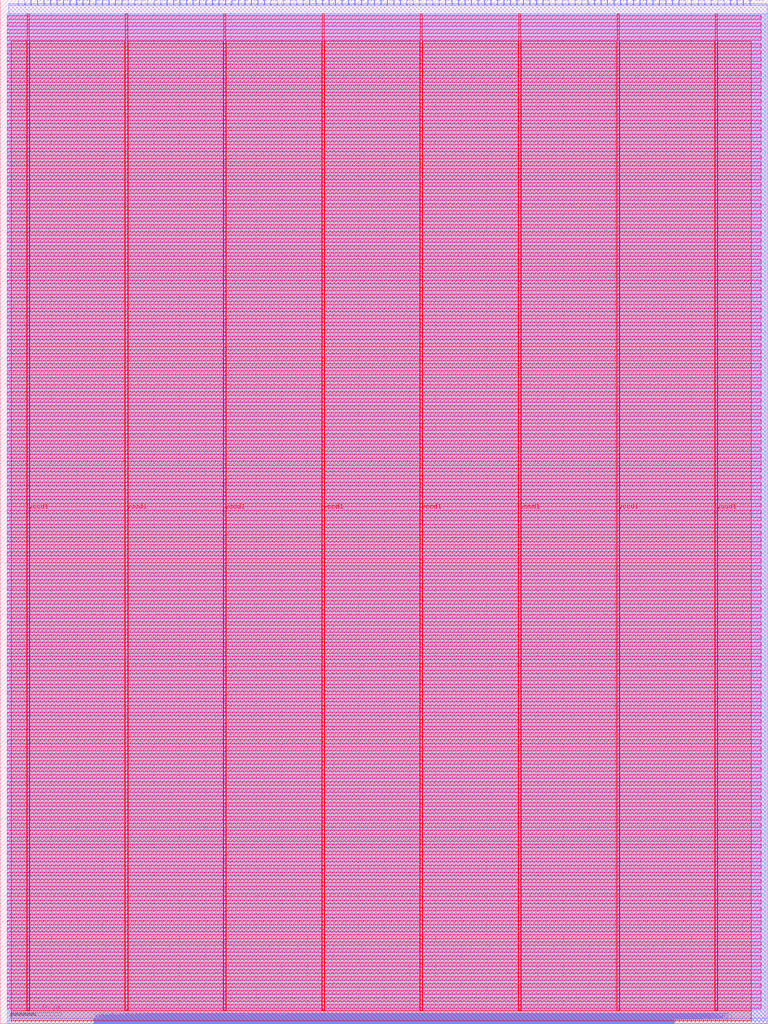
<source format=lef>
VERSION 5.7 ;
  NOWIREEXTENSIONATPIN ON ;
  DIVIDERCHAR "/" ;
  BUSBITCHARS "[]" ;
MACRO trainable_nn
  CLASS BLOCK ;
  FOREIGN trainable_nn ;
  ORIGIN 0.000 0.000 ;
  SIZE 600.000 BY 800.000 ;
  PIN io_in[0]
    DIRECTION INPUT ;
    USE SIGNAL ;
    PORT
      LAYER met2 ;
        RECT 13.890 796.000 14.170 800.000 ;
    END
  END io_in[0]
  PIN io_in[10]
    DIRECTION INPUT ;
    USE SIGNAL ;
    PORT
      LAYER met2 ;
        RECT 165.690 796.000 165.970 800.000 ;
    END
  END io_in[10]
  PIN io_in[11]
    DIRECTION INPUT ;
    USE SIGNAL ;
    PORT
      LAYER met2 ;
        RECT 180.870 796.000 181.150 800.000 ;
    END
  END io_in[11]
  PIN io_in[12]
    DIRECTION INPUT ;
    USE SIGNAL ;
    PORT
      LAYER met2 ;
        RECT 196.050 796.000 196.330 800.000 ;
    END
  END io_in[12]
  PIN io_in[13]
    DIRECTION INPUT ;
    USE SIGNAL ;
    PORT
      LAYER met2 ;
        RECT 211.230 796.000 211.510 800.000 ;
    END
  END io_in[13]
  PIN io_in[14]
    DIRECTION INPUT ;
    USE SIGNAL ;
    PORT
      LAYER met2 ;
        RECT 226.410 796.000 226.690 800.000 ;
    END
  END io_in[14]
  PIN io_in[15]
    DIRECTION INPUT ;
    USE SIGNAL ;
    PORT
      LAYER met2 ;
        RECT 241.590 796.000 241.870 800.000 ;
    END
  END io_in[15]
  PIN io_in[16]
    DIRECTION INPUT ;
    USE SIGNAL ;
    PORT
      LAYER met2 ;
        RECT 256.770 796.000 257.050 800.000 ;
    END
  END io_in[16]
  PIN io_in[17]
    DIRECTION INPUT ;
    USE SIGNAL ;
    PORT
      LAYER met2 ;
        RECT 271.950 796.000 272.230 800.000 ;
    END
  END io_in[17]
  PIN io_in[18]
    DIRECTION INPUT ;
    USE SIGNAL ;
    PORT
      LAYER met2 ;
        RECT 287.130 796.000 287.410 800.000 ;
    END
  END io_in[18]
  PIN io_in[19]
    DIRECTION INPUT ;
    USE SIGNAL ;
    PORT
      LAYER met2 ;
        RECT 302.310 796.000 302.590 800.000 ;
    END
  END io_in[19]
  PIN io_in[1]
    DIRECTION INPUT ;
    USE SIGNAL ;
    PORT
      LAYER met2 ;
        RECT 29.070 796.000 29.350 800.000 ;
    END
  END io_in[1]
  PIN io_in[20]
    DIRECTION INPUT ;
    USE SIGNAL ;
    PORT
      LAYER met2 ;
        RECT 317.490 796.000 317.770 800.000 ;
    END
  END io_in[20]
  PIN io_in[21]
    DIRECTION INPUT ;
    USE SIGNAL ;
    PORT
      LAYER met2 ;
        RECT 332.670 796.000 332.950 800.000 ;
    END
  END io_in[21]
  PIN io_in[22]
    DIRECTION INPUT ;
    USE SIGNAL ;
    PORT
      LAYER met2 ;
        RECT 347.850 796.000 348.130 800.000 ;
    END
  END io_in[22]
  PIN io_in[23]
    DIRECTION INPUT ;
    USE SIGNAL ;
    PORT
      LAYER met2 ;
        RECT 363.030 796.000 363.310 800.000 ;
    END
  END io_in[23]
  PIN io_in[24]
    DIRECTION INPUT ;
    USE SIGNAL ;
    PORT
      LAYER met2 ;
        RECT 378.210 796.000 378.490 800.000 ;
    END
  END io_in[24]
  PIN io_in[25]
    DIRECTION INPUT ;
    USE SIGNAL ;
    PORT
      LAYER met2 ;
        RECT 393.390 796.000 393.670 800.000 ;
    END
  END io_in[25]
  PIN io_in[26]
    DIRECTION INPUT ;
    USE SIGNAL ;
    PORT
      LAYER met2 ;
        RECT 408.570 796.000 408.850 800.000 ;
    END
  END io_in[26]
  PIN io_in[27]
    DIRECTION INPUT ;
    USE SIGNAL ;
    PORT
      LAYER met2 ;
        RECT 423.750 796.000 424.030 800.000 ;
    END
  END io_in[27]
  PIN io_in[28]
    DIRECTION INPUT ;
    USE SIGNAL ;
    PORT
      LAYER met2 ;
        RECT 438.930 796.000 439.210 800.000 ;
    END
  END io_in[28]
  PIN io_in[29]
    DIRECTION INPUT ;
    USE SIGNAL ;
    PORT
      LAYER met2 ;
        RECT 454.110 796.000 454.390 800.000 ;
    END
  END io_in[29]
  PIN io_in[2]
    DIRECTION INPUT ;
    USE SIGNAL ;
    PORT
      LAYER met2 ;
        RECT 44.250 796.000 44.530 800.000 ;
    END
  END io_in[2]
  PIN io_in[30]
    DIRECTION INPUT ;
    USE SIGNAL ;
    PORT
      LAYER met2 ;
        RECT 469.290 796.000 469.570 800.000 ;
    END
  END io_in[30]
  PIN io_in[31]
    DIRECTION INPUT ;
    USE SIGNAL ;
    PORT
      LAYER met2 ;
        RECT 484.470 796.000 484.750 800.000 ;
    END
  END io_in[31]
  PIN io_in[32]
    DIRECTION INPUT ;
    USE SIGNAL ;
    PORT
      LAYER met2 ;
        RECT 499.650 796.000 499.930 800.000 ;
    END
  END io_in[32]
  PIN io_in[33]
    DIRECTION INPUT ;
    USE SIGNAL ;
    PORT
      LAYER met2 ;
        RECT 514.830 796.000 515.110 800.000 ;
    END
  END io_in[33]
  PIN io_in[34]
    DIRECTION INPUT ;
    USE SIGNAL ;
    PORT
      LAYER met2 ;
        RECT 530.010 796.000 530.290 800.000 ;
    END
  END io_in[34]
  PIN io_in[35]
    DIRECTION INPUT ;
    USE SIGNAL ;
    PORT
      LAYER met2 ;
        RECT 545.190 796.000 545.470 800.000 ;
    END
  END io_in[35]
  PIN io_in[36]
    DIRECTION INPUT ;
    USE SIGNAL ;
    PORT
      LAYER met2 ;
        RECT 560.370 796.000 560.650 800.000 ;
    END
  END io_in[36]
  PIN io_in[37]
    DIRECTION INPUT ;
    USE SIGNAL ;
    PORT
      LAYER met2 ;
        RECT 575.550 796.000 575.830 800.000 ;
    END
  END io_in[37]
  PIN io_in[3]
    DIRECTION INPUT ;
    USE SIGNAL ;
    PORT
      LAYER met2 ;
        RECT 59.430 796.000 59.710 800.000 ;
    END
  END io_in[3]
  PIN io_in[4]
    DIRECTION INPUT ;
    USE SIGNAL ;
    PORT
      LAYER met2 ;
        RECT 74.610 796.000 74.890 800.000 ;
    END
  END io_in[4]
  PIN io_in[5]
    DIRECTION INPUT ;
    USE SIGNAL ;
    PORT
      LAYER met2 ;
        RECT 89.790 796.000 90.070 800.000 ;
    END
  END io_in[5]
  PIN io_in[6]
    DIRECTION INPUT ;
    USE SIGNAL ;
    PORT
      LAYER met2 ;
        RECT 104.970 796.000 105.250 800.000 ;
    END
  END io_in[6]
  PIN io_in[7]
    DIRECTION INPUT ;
    USE SIGNAL ;
    PORT
      LAYER met2 ;
        RECT 120.150 796.000 120.430 800.000 ;
    END
  END io_in[7]
  PIN io_in[8]
    DIRECTION INPUT ;
    USE SIGNAL ;
    PORT
      LAYER met2 ;
        RECT 135.330 796.000 135.610 800.000 ;
    END
  END io_in[8]
  PIN io_in[9]
    DIRECTION INPUT ;
    USE SIGNAL ;
    PORT
      LAYER met2 ;
        RECT 150.510 796.000 150.790 800.000 ;
    END
  END io_in[9]
  PIN io_oeb[0]
    DIRECTION OUTPUT TRISTATE ;
    USE SIGNAL ;
    PORT
      LAYER met2 ;
        RECT 18.950 796.000 19.230 800.000 ;
    END
  END io_oeb[0]
  PIN io_oeb[10]
    DIRECTION OUTPUT TRISTATE ;
    USE SIGNAL ;
    PORT
      LAYER met2 ;
        RECT 170.750 796.000 171.030 800.000 ;
    END
  END io_oeb[10]
  PIN io_oeb[11]
    DIRECTION OUTPUT TRISTATE ;
    USE SIGNAL ;
    PORT
      LAYER met2 ;
        RECT 185.930 796.000 186.210 800.000 ;
    END
  END io_oeb[11]
  PIN io_oeb[12]
    DIRECTION OUTPUT TRISTATE ;
    USE SIGNAL ;
    PORT
      LAYER met2 ;
        RECT 201.110 796.000 201.390 800.000 ;
    END
  END io_oeb[12]
  PIN io_oeb[13]
    DIRECTION OUTPUT TRISTATE ;
    USE SIGNAL ;
    PORT
      LAYER met2 ;
        RECT 216.290 796.000 216.570 800.000 ;
    END
  END io_oeb[13]
  PIN io_oeb[14]
    DIRECTION OUTPUT TRISTATE ;
    USE SIGNAL ;
    PORT
      LAYER met2 ;
        RECT 231.470 796.000 231.750 800.000 ;
    END
  END io_oeb[14]
  PIN io_oeb[15]
    DIRECTION OUTPUT TRISTATE ;
    USE SIGNAL ;
    PORT
      LAYER met2 ;
        RECT 246.650 796.000 246.930 800.000 ;
    END
  END io_oeb[15]
  PIN io_oeb[16]
    DIRECTION OUTPUT TRISTATE ;
    USE SIGNAL ;
    PORT
      LAYER met2 ;
        RECT 261.830 796.000 262.110 800.000 ;
    END
  END io_oeb[16]
  PIN io_oeb[17]
    DIRECTION OUTPUT TRISTATE ;
    USE SIGNAL ;
    PORT
      LAYER met2 ;
        RECT 277.010 796.000 277.290 800.000 ;
    END
  END io_oeb[17]
  PIN io_oeb[18]
    DIRECTION OUTPUT TRISTATE ;
    USE SIGNAL ;
    PORT
      LAYER met2 ;
        RECT 292.190 796.000 292.470 800.000 ;
    END
  END io_oeb[18]
  PIN io_oeb[19]
    DIRECTION OUTPUT TRISTATE ;
    USE SIGNAL ;
    PORT
      LAYER met2 ;
        RECT 307.370 796.000 307.650 800.000 ;
    END
  END io_oeb[19]
  PIN io_oeb[1]
    DIRECTION OUTPUT TRISTATE ;
    USE SIGNAL ;
    PORT
      LAYER met2 ;
        RECT 34.130 796.000 34.410 800.000 ;
    END
  END io_oeb[1]
  PIN io_oeb[20]
    DIRECTION OUTPUT TRISTATE ;
    USE SIGNAL ;
    PORT
      LAYER met2 ;
        RECT 322.550 796.000 322.830 800.000 ;
    END
  END io_oeb[20]
  PIN io_oeb[21]
    DIRECTION OUTPUT TRISTATE ;
    USE SIGNAL ;
    PORT
      LAYER met2 ;
        RECT 337.730 796.000 338.010 800.000 ;
    END
  END io_oeb[21]
  PIN io_oeb[22]
    DIRECTION OUTPUT TRISTATE ;
    USE SIGNAL ;
    PORT
      LAYER met2 ;
        RECT 352.910 796.000 353.190 800.000 ;
    END
  END io_oeb[22]
  PIN io_oeb[23]
    DIRECTION OUTPUT TRISTATE ;
    USE SIGNAL ;
    PORT
      LAYER met2 ;
        RECT 368.090 796.000 368.370 800.000 ;
    END
  END io_oeb[23]
  PIN io_oeb[24]
    DIRECTION OUTPUT TRISTATE ;
    USE SIGNAL ;
    PORT
      LAYER met2 ;
        RECT 383.270 796.000 383.550 800.000 ;
    END
  END io_oeb[24]
  PIN io_oeb[25]
    DIRECTION OUTPUT TRISTATE ;
    USE SIGNAL ;
    PORT
      LAYER met2 ;
        RECT 398.450 796.000 398.730 800.000 ;
    END
  END io_oeb[25]
  PIN io_oeb[26]
    DIRECTION OUTPUT TRISTATE ;
    USE SIGNAL ;
    PORT
      LAYER met2 ;
        RECT 413.630 796.000 413.910 800.000 ;
    END
  END io_oeb[26]
  PIN io_oeb[27]
    DIRECTION OUTPUT TRISTATE ;
    USE SIGNAL ;
    PORT
      LAYER met2 ;
        RECT 428.810 796.000 429.090 800.000 ;
    END
  END io_oeb[27]
  PIN io_oeb[28]
    DIRECTION OUTPUT TRISTATE ;
    USE SIGNAL ;
    PORT
      LAYER met2 ;
        RECT 443.990 796.000 444.270 800.000 ;
    END
  END io_oeb[28]
  PIN io_oeb[29]
    DIRECTION OUTPUT TRISTATE ;
    USE SIGNAL ;
    PORT
      LAYER met2 ;
        RECT 459.170 796.000 459.450 800.000 ;
    END
  END io_oeb[29]
  PIN io_oeb[2]
    DIRECTION OUTPUT TRISTATE ;
    USE SIGNAL ;
    PORT
      LAYER met2 ;
        RECT 49.310 796.000 49.590 800.000 ;
    END
  END io_oeb[2]
  PIN io_oeb[30]
    DIRECTION OUTPUT TRISTATE ;
    USE SIGNAL ;
    PORT
      LAYER met2 ;
        RECT 474.350 796.000 474.630 800.000 ;
    END
  END io_oeb[30]
  PIN io_oeb[31]
    DIRECTION OUTPUT TRISTATE ;
    USE SIGNAL ;
    PORT
      LAYER met2 ;
        RECT 489.530 796.000 489.810 800.000 ;
    END
  END io_oeb[31]
  PIN io_oeb[32]
    DIRECTION OUTPUT TRISTATE ;
    USE SIGNAL ;
    PORT
      LAYER met2 ;
        RECT 504.710 796.000 504.990 800.000 ;
    END
  END io_oeb[32]
  PIN io_oeb[33]
    DIRECTION OUTPUT TRISTATE ;
    USE SIGNAL ;
    PORT
      LAYER met2 ;
        RECT 519.890 796.000 520.170 800.000 ;
    END
  END io_oeb[33]
  PIN io_oeb[34]
    DIRECTION OUTPUT TRISTATE ;
    USE SIGNAL ;
    PORT
      LAYER met2 ;
        RECT 535.070 796.000 535.350 800.000 ;
    END
  END io_oeb[34]
  PIN io_oeb[35]
    DIRECTION OUTPUT TRISTATE ;
    USE SIGNAL ;
    PORT
      LAYER met2 ;
        RECT 550.250 796.000 550.530 800.000 ;
    END
  END io_oeb[35]
  PIN io_oeb[36]
    DIRECTION OUTPUT TRISTATE ;
    USE SIGNAL ;
    PORT
      LAYER met2 ;
        RECT 565.430 796.000 565.710 800.000 ;
    END
  END io_oeb[36]
  PIN io_oeb[37]
    DIRECTION OUTPUT TRISTATE ;
    USE SIGNAL ;
    PORT
      LAYER met2 ;
        RECT 580.610 796.000 580.890 800.000 ;
    END
  END io_oeb[37]
  PIN io_oeb[3]
    DIRECTION OUTPUT TRISTATE ;
    USE SIGNAL ;
    PORT
      LAYER met2 ;
        RECT 64.490 796.000 64.770 800.000 ;
    END
  END io_oeb[3]
  PIN io_oeb[4]
    DIRECTION OUTPUT TRISTATE ;
    USE SIGNAL ;
    PORT
      LAYER met2 ;
        RECT 79.670 796.000 79.950 800.000 ;
    END
  END io_oeb[4]
  PIN io_oeb[5]
    DIRECTION OUTPUT TRISTATE ;
    USE SIGNAL ;
    PORT
      LAYER met2 ;
        RECT 94.850 796.000 95.130 800.000 ;
    END
  END io_oeb[5]
  PIN io_oeb[6]
    DIRECTION OUTPUT TRISTATE ;
    USE SIGNAL ;
    PORT
      LAYER met2 ;
        RECT 110.030 796.000 110.310 800.000 ;
    END
  END io_oeb[6]
  PIN io_oeb[7]
    DIRECTION OUTPUT TRISTATE ;
    USE SIGNAL ;
    PORT
      LAYER met2 ;
        RECT 125.210 796.000 125.490 800.000 ;
    END
  END io_oeb[7]
  PIN io_oeb[8]
    DIRECTION OUTPUT TRISTATE ;
    USE SIGNAL ;
    PORT
      LAYER met2 ;
        RECT 140.390 796.000 140.670 800.000 ;
    END
  END io_oeb[8]
  PIN io_oeb[9]
    DIRECTION OUTPUT TRISTATE ;
    USE SIGNAL ;
    PORT
      LAYER met2 ;
        RECT 155.570 796.000 155.850 800.000 ;
    END
  END io_oeb[9]
  PIN io_out[0]
    DIRECTION OUTPUT TRISTATE ;
    USE SIGNAL ;
    PORT
      LAYER met2 ;
        RECT 24.010 796.000 24.290 800.000 ;
    END
  END io_out[0]
  PIN io_out[10]
    DIRECTION OUTPUT TRISTATE ;
    USE SIGNAL ;
    PORT
      LAYER met2 ;
        RECT 175.810 796.000 176.090 800.000 ;
    END
  END io_out[10]
  PIN io_out[11]
    DIRECTION OUTPUT TRISTATE ;
    USE SIGNAL ;
    PORT
      LAYER met2 ;
        RECT 190.990 796.000 191.270 800.000 ;
    END
  END io_out[11]
  PIN io_out[12]
    DIRECTION OUTPUT TRISTATE ;
    USE SIGNAL ;
    PORT
      LAYER met2 ;
        RECT 206.170 796.000 206.450 800.000 ;
    END
  END io_out[12]
  PIN io_out[13]
    DIRECTION OUTPUT TRISTATE ;
    USE SIGNAL ;
    PORT
      LAYER met2 ;
        RECT 221.350 796.000 221.630 800.000 ;
    END
  END io_out[13]
  PIN io_out[14]
    DIRECTION OUTPUT TRISTATE ;
    USE SIGNAL ;
    PORT
      LAYER met2 ;
        RECT 236.530 796.000 236.810 800.000 ;
    END
  END io_out[14]
  PIN io_out[15]
    DIRECTION OUTPUT TRISTATE ;
    USE SIGNAL ;
    PORT
      LAYER met2 ;
        RECT 251.710 796.000 251.990 800.000 ;
    END
  END io_out[15]
  PIN io_out[16]
    DIRECTION OUTPUT TRISTATE ;
    USE SIGNAL ;
    PORT
      LAYER met2 ;
        RECT 266.890 796.000 267.170 800.000 ;
    END
  END io_out[16]
  PIN io_out[17]
    DIRECTION OUTPUT TRISTATE ;
    USE SIGNAL ;
    PORT
      LAYER met2 ;
        RECT 282.070 796.000 282.350 800.000 ;
    END
  END io_out[17]
  PIN io_out[18]
    DIRECTION OUTPUT TRISTATE ;
    USE SIGNAL ;
    PORT
      LAYER met2 ;
        RECT 297.250 796.000 297.530 800.000 ;
    END
  END io_out[18]
  PIN io_out[19]
    DIRECTION OUTPUT TRISTATE ;
    USE SIGNAL ;
    PORT
      LAYER met2 ;
        RECT 312.430 796.000 312.710 800.000 ;
    END
  END io_out[19]
  PIN io_out[1]
    DIRECTION OUTPUT TRISTATE ;
    USE SIGNAL ;
    PORT
      LAYER met2 ;
        RECT 39.190 796.000 39.470 800.000 ;
    END
  END io_out[1]
  PIN io_out[20]
    DIRECTION OUTPUT TRISTATE ;
    USE SIGNAL ;
    PORT
      LAYER met2 ;
        RECT 327.610 796.000 327.890 800.000 ;
    END
  END io_out[20]
  PIN io_out[21]
    DIRECTION OUTPUT TRISTATE ;
    USE SIGNAL ;
    PORT
      LAYER met2 ;
        RECT 342.790 796.000 343.070 800.000 ;
    END
  END io_out[21]
  PIN io_out[22]
    DIRECTION OUTPUT TRISTATE ;
    USE SIGNAL ;
    PORT
      LAYER met2 ;
        RECT 357.970 796.000 358.250 800.000 ;
    END
  END io_out[22]
  PIN io_out[23]
    DIRECTION OUTPUT TRISTATE ;
    USE SIGNAL ;
    PORT
      LAYER met2 ;
        RECT 373.150 796.000 373.430 800.000 ;
    END
  END io_out[23]
  PIN io_out[24]
    DIRECTION OUTPUT TRISTATE ;
    USE SIGNAL ;
    PORT
      LAYER met2 ;
        RECT 388.330 796.000 388.610 800.000 ;
    END
  END io_out[24]
  PIN io_out[25]
    DIRECTION OUTPUT TRISTATE ;
    USE SIGNAL ;
    PORT
      LAYER met2 ;
        RECT 403.510 796.000 403.790 800.000 ;
    END
  END io_out[25]
  PIN io_out[26]
    DIRECTION OUTPUT TRISTATE ;
    USE SIGNAL ;
    PORT
      LAYER met2 ;
        RECT 418.690 796.000 418.970 800.000 ;
    END
  END io_out[26]
  PIN io_out[27]
    DIRECTION OUTPUT TRISTATE ;
    USE SIGNAL ;
    PORT
      LAYER met2 ;
        RECT 433.870 796.000 434.150 800.000 ;
    END
  END io_out[27]
  PIN io_out[28]
    DIRECTION OUTPUT TRISTATE ;
    USE SIGNAL ;
    PORT
      LAYER met2 ;
        RECT 449.050 796.000 449.330 800.000 ;
    END
  END io_out[28]
  PIN io_out[29]
    DIRECTION OUTPUT TRISTATE ;
    USE SIGNAL ;
    PORT
      LAYER met2 ;
        RECT 464.230 796.000 464.510 800.000 ;
    END
  END io_out[29]
  PIN io_out[2]
    DIRECTION OUTPUT TRISTATE ;
    USE SIGNAL ;
    PORT
      LAYER met2 ;
        RECT 54.370 796.000 54.650 800.000 ;
    END
  END io_out[2]
  PIN io_out[30]
    DIRECTION OUTPUT TRISTATE ;
    USE SIGNAL ;
    PORT
      LAYER met2 ;
        RECT 479.410 796.000 479.690 800.000 ;
    END
  END io_out[30]
  PIN io_out[31]
    DIRECTION OUTPUT TRISTATE ;
    USE SIGNAL ;
    PORT
      LAYER met2 ;
        RECT 494.590 796.000 494.870 800.000 ;
    END
  END io_out[31]
  PIN io_out[32]
    DIRECTION OUTPUT TRISTATE ;
    USE SIGNAL ;
    PORT
      LAYER met2 ;
        RECT 509.770 796.000 510.050 800.000 ;
    END
  END io_out[32]
  PIN io_out[33]
    DIRECTION OUTPUT TRISTATE ;
    USE SIGNAL ;
    PORT
      LAYER met2 ;
        RECT 524.950 796.000 525.230 800.000 ;
    END
  END io_out[33]
  PIN io_out[34]
    DIRECTION OUTPUT TRISTATE ;
    USE SIGNAL ;
    PORT
      LAYER met2 ;
        RECT 540.130 796.000 540.410 800.000 ;
    END
  END io_out[34]
  PIN io_out[35]
    DIRECTION OUTPUT TRISTATE ;
    USE SIGNAL ;
    PORT
      LAYER met2 ;
        RECT 555.310 796.000 555.590 800.000 ;
    END
  END io_out[35]
  PIN io_out[36]
    DIRECTION OUTPUT TRISTATE ;
    USE SIGNAL ;
    PORT
      LAYER met2 ;
        RECT 570.490 796.000 570.770 800.000 ;
    END
  END io_out[36]
  PIN io_out[37]
    DIRECTION OUTPUT TRISTATE ;
    USE SIGNAL ;
    PORT
      LAYER met2 ;
        RECT 585.670 796.000 585.950 800.000 ;
    END
  END io_out[37]
  PIN io_out[3]
    DIRECTION OUTPUT TRISTATE ;
    USE SIGNAL ;
    PORT
      LAYER met2 ;
        RECT 69.550 796.000 69.830 800.000 ;
    END
  END io_out[3]
  PIN io_out[4]
    DIRECTION OUTPUT TRISTATE ;
    USE SIGNAL ;
    PORT
      LAYER met2 ;
        RECT 84.730 796.000 85.010 800.000 ;
    END
  END io_out[4]
  PIN io_out[5]
    DIRECTION OUTPUT TRISTATE ;
    USE SIGNAL ;
    PORT
      LAYER met2 ;
        RECT 99.910 796.000 100.190 800.000 ;
    END
  END io_out[5]
  PIN io_out[6]
    DIRECTION OUTPUT TRISTATE ;
    USE SIGNAL ;
    PORT
      LAYER met2 ;
        RECT 115.090 796.000 115.370 800.000 ;
    END
  END io_out[6]
  PIN io_out[7]
    DIRECTION OUTPUT TRISTATE ;
    USE SIGNAL ;
    PORT
      LAYER met2 ;
        RECT 130.270 796.000 130.550 800.000 ;
    END
  END io_out[7]
  PIN io_out[8]
    DIRECTION OUTPUT TRISTATE ;
    USE SIGNAL ;
    PORT
      LAYER met2 ;
        RECT 145.450 796.000 145.730 800.000 ;
    END
  END io_out[8]
  PIN io_out[9]
    DIRECTION OUTPUT TRISTATE ;
    USE SIGNAL ;
    PORT
      LAYER met2 ;
        RECT 160.630 796.000 160.910 800.000 ;
    END
  END io_out[9]
  PIN irq[0]
    DIRECTION OUTPUT TRISTATE ;
    USE SIGNAL ;
    PORT
      LAYER met2 ;
        RECT 524.030 0.000 524.310 4.000 ;
    END
  END irq[0]
  PIN irq[1]
    DIRECTION OUTPUT TRISTATE ;
    USE SIGNAL ;
    PORT
      LAYER met2 ;
        RECT 524.950 0.000 525.230 4.000 ;
    END
  END irq[1]
  PIN irq[2]
    DIRECTION OUTPUT TRISTATE ;
    USE SIGNAL ;
    PORT
      LAYER met2 ;
        RECT 525.870 0.000 526.150 4.000 ;
    END
  END irq[2]
  PIN la_data_in[0]
    DIRECTION INPUT ;
    USE SIGNAL ;
    PORT
      LAYER met2 ;
        RECT 170.750 0.000 171.030 4.000 ;
    END
  END la_data_in[0]
  PIN la_data_in[100]
    DIRECTION INPUT ;
    USE SIGNAL ;
    PORT
      LAYER met2 ;
        RECT 446.750 0.000 447.030 4.000 ;
    END
  END la_data_in[100]
  PIN la_data_in[101]
    DIRECTION INPUT ;
    USE SIGNAL ;
    PORT
      LAYER met2 ;
        RECT 449.510 0.000 449.790 4.000 ;
    END
  END la_data_in[101]
  PIN la_data_in[102]
    DIRECTION INPUT ;
    USE SIGNAL ;
    PORT
      LAYER met2 ;
        RECT 452.270 0.000 452.550 4.000 ;
    END
  END la_data_in[102]
  PIN la_data_in[103]
    DIRECTION INPUT ;
    USE SIGNAL ;
    PORT
      LAYER met2 ;
        RECT 455.030 0.000 455.310 4.000 ;
    END
  END la_data_in[103]
  PIN la_data_in[104]
    DIRECTION INPUT ;
    USE SIGNAL ;
    PORT
      LAYER met2 ;
        RECT 457.790 0.000 458.070 4.000 ;
    END
  END la_data_in[104]
  PIN la_data_in[105]
    DIRECTION INPUT ;
    USE SIGNAL ;
    PORT
      LAYER met2 ;
        RECT 460.550 0.000 460.830 4.000 ;
    END
  END la_data_in[105]
  PIN la_data_in[106]
    DIRECTION INPUT ;
    USE SIGNAL ;
    PORT
      LAYER met2 ;
        RECT 463.310 0.000 463.590 4.000 ;
    END
  END la_data_in[106]
  PIN la_data_in[107]
    DIRECTION INPUT ;
    USE SIGNAL ;
    PORT
      LAYER met2 ;
        RECT 466.070 0.000 466.350 4.000 ;
    END
  END la_data_in[107]
  PIN la_data_in[108]
    DIRECTION INPUT ;
    USE SIGNAL ;
    PORT
      LAYER met2 ;
        RECT 468.830 0.000 469.110 4.000 ;
    END
  END la_data_in[108]
  PIN la_data_in[109]
    DIRECTION INPUT ;
    USE SIGNAL ;
    PORT
      LAYER met2 ;
        RECT 471.590 0.000 471.870 4.000 ;
    END
  END la_data_in[109]
  PIN la_data_in[10]
    DIRECTION INPUT ;
    USE SIGNAL ;
    PORT
      LAYER met2 ;
        RECT 198.350 0.000 198.630 4.000 ;
    END
  END la_data_in[10]
  PIN la_data_in[110]
    DIRECTION INPUT ;
    USE SIGNAL ;
    PORT
      LAYER met2 ;
        RECT 474.350 0.000 474.630 4.000 ;
    END
  END la_data_in[110]
  PIN la_data_in[111]
    DIRECTION INPUT ;
    USE SIGNAL ;
    PORT
      LAYER met2 ;
        RECT 477.110 0.000 477.390 4.000 ;
    END
  END la_data_in[111]
  PIN la_data_in[112]
    DIRECTION INPUT ;
    USE SIGNAL ;
    PORT
      LAYER met2 ;
        RECT 479.870 0.000 480.150 4.000 ;
    END
  END la_data_in[112]
  PIN la_data_in[113]
    DIRECTION INPUT ;
    USE SIGNAL ;
    PORT
      LAYER met2 ;
        RECT 482.630 0.000 482.910 4.000 ;
    END
  END la_data_in[113]
  PIN la_data_in[114]
    DIRECTION INPUT ;
    USE SIGNAL ;
    PORT
      LAYER met2 ;
        RECT 485.390 0.000 485.670 4.000 ;
    END
  END la_data_in[114]
  PIN la_data_in[115]
    DIRECTION INPUT ;
    USE SIGNAL ;
    PORT
      LAYER met2 ;
        RECT 488.150 0.000 488.430 4.000 ;
    END
  END la_data_in[115]
  PIN la_data_in[116]
    DIRECTION INPUT ;
    USE SIGNAL ;
    PORT
      LAYER met2 ;
        RECT 490.910 0.000 491.190 4.000 ;
    END
  END la_data_in[116]
  PIN la_data_in[117]
    DIRECTION INPUT ;
    USE SIGNAL ;
    PORT
      LAYER met2 ;
        RECT 493.670 0.000 493.950 4.000 ;
    END
  END la_data_in[117]
  PIN la_data_in[118]
    DIRECTION INPUT ;
    USE SIGNAL ;
    PORT
      LAYER met2 ;
        RECT 496.430 0.000 496.710 4.000 ;
    END
  END la_data_in[118]
  PIN la_data_in[119]
    DIRECTION INPUT ;
    USE SIGNAL ;
    PORT
      LAYER met2 ;
        RECT 499.190 0.000 499.470 4.000 ;
    END
  END la_data_in[119]
  PIN la_data_in[11]
    DIRECTION INPUT ;
    USE SIGNAL ;
    PORT
      LAYER met2 ;
        RECT 201.110 0.000 201.390 4.000 ;
    END
  END la_data_in[11]
  PIN la_data_in[120]
    DIRECTION INPUT ;
    USE SIGNAL ;
    PORT
      LAYER met2 ;
        RECT 501.950 0.000 502.230 4.000 ;
    END
  END la_data_in[120]
  PIN la_data_in[121]
    DIRECTION INPUT ;
    USE SIGNAL ;
    PORT
      LAYER met2 ;
        RECT 504.710 0.000 504.990 4.000 ;
    END
  END la_data_in[121]
  PIN la_data_in[122]
    DIRECTION INPUT ;
    USE SIGNAL ;
    PORT
      LAYER met2 ;
        RECT 507.470 0.000 507.750 4.000 ;
    END
  END la_data_in[122]
  PIN la_data_in[123]
    DIRECTION INPUT ;
    USE SIGNAL ;
    PORT
      LAYER met2 ;
        RECT 510.230 0.000 510.510 4.000 ;
    END
  END la_data_in[123]
  PIN la_data_in[124]
    DIRECTION INPUT ;
    USE SIGNAL ;
    PORT
      LAYER met2 ;
        RECT 512.990 0.000 513.270 4.000 ;
    END
  END la_data_in[124]
  PIN la_data_in[125]
    DIRECTION INPUT ;
    USE SIGNAL ;
    PORT
      LAYER met2 ;
        RECT 515.750 0.000 516.030 4.000 ;
    END
  END la_data_in[125]
  PIN la_data_in[126]
    DIRECTION INPUT ;
    USE SIGNAL ;
    PORT
      LAYER met2 ;
        RECT 518.510 0.000 518.790 4.000 ;
    END
  END la_data_in[126]
  PIN la_data_in[127]
    DIRECTION INPUT ;
    USE SIGNAL ;
    PORT
      LAYER met2 ;
        RECT 521.270 0.000 521.550 4.000 ;
    END
  END la_data_in[127]
  PIN la_data_in[12]
    DIRECTION INPUT ;
    USE SIGNAL ;
    PORT
      LAYER met2 ;
        RECT 203.870 0.000 204.150 4.000 ;
    END
  END la_data_in[12]
  PIN la_data_in[13]
    DIRECTION INPUT ;
    USE SIGNAL ;
    PORT
      LAYER met2 ;
        RECT 206.630 0.000 206.910 4.000 ;
    END
  END la_data_in[13]
  PIN la_data_in[14]
    DIRECTION INPUT ;
    USE SIGNAL ;
    PORT
      LAYER met2 ;
        RECT 209.390 0.000 209.670 4.000 ;
    END
  END la_data_in[14]
  PIN la_data_in[15]
    DIRECTION INPUT ;
    USE SIGNAL ;
    PORT
      LAYER met2 ;
        RECT 212.150 0.000 212.430 4.000 ;
    END
  END la_data_in[15]
  PIN la_data_in[16]
    DIRECTION INPUT ;
    USE SIGNAL ;
    PORT
      LAYER met2 ;
        RECT 214.910 0.000 215.190 4.000 ;
    END
  END la_data_in[16]
  PIN la_data_in[17]
    DIRECTION INPUT ;
    USE SIGNAL ;
    PORT
      LAYER met2 ;
        RECT 217.670 0.000 217.950 4.000 ;
    END
  END la_data_in[17]
  PIN la_data_in[18]
    DIRECTION INPUT ;
    USE SIGNAL ;
    PORT
      LAYER met2 ;
        RECT 220.430 0.000 220.710 4.000 ;
    END
  END la_data_in[18]
  PIN la_data_in[19]
    DIRECTION INPUT ;
    USE SIGNAL ;
    PORT
      LAYER met2 ;
        RECT 223.190 0.000 223.470 4.000 ;
    END
  END la_data_in[19]
  PIN la_data_in[1]
    DIRECTION INPUT ;
    USE SIGNAL ;
    PORT
      LAYER met2 ;
        RECT 173.510 0.000 173.790 4.000 ;
    END
  END la_data_in[1]
  PIN la_data_in[20]
    DIRECTION INPUT ;
    USE SIGNAL ;
    PORT
      LAYER met2 ;
        RECT 225.950 0.000 226.230 4.000 ;
    END
  END la_data_in[20]
  PIN la_data_in[21]
    DIRECTION INPUT ;
    USE SIGNAL ;
    PORT
      LAYER met2 ;
        RECT 228.710 0.000 228.990 4.000 ;
    END
  END la_data_in[21]
  PIN la_data_in[22]
    DIRECTION INPUT ;
    USE SIGNAL ;
    PORT
      LAYER met2 ;
        RECT 231.470 0.000 231.750 4.000 ;
    END
  END la_data_in[22]
  PIN la_data_in[23]
    DIRECTION INPUT ;
    USE SIGNAL ;
    PORT
      LAYER met2 ;
        RECT 234.230 0.000 234.510 4.000 ;
    END
  END la_data_in[23]
  PIN la_data_in[24]
    DIRECTION INPUT ;
    USE SIGNAL ;
    PORT
      LAYER met2 ;
        RECT 236.990 0.000 237.270 4.000 ;
    END
  END la_data_in[24]
  PIN la_data_in[25]
    DIRECTION INPUT ;
    USE SIGNAL ;
    PORT
      LAYER met2 ;
        RECT 239.750 0.000 240.030 4.000 ;
    END
  END la_data_in[25]
  PIN la_data_in[26]
    DIRECTION INPUT ;
    USE SIGNAL ;
    PORT
      LAYER met2 ;
        RECT 242.510 0.000 242.790 4.000 ;
    END
  END la_data_in[26]
  PIN la_data_in[27]
    DIRECTION INPUT ;
    USE SIGNAL ;
    PORT
      LAYER met2 ;
        RECT 245.270 0.000 245.550 4.000 ;
    END
  END la_data_in[27]
  PIN la_data_in[28]
    DIRECTION INPUT ;
    USE SIGNAL ;
    PORT
      LAYER met2 ;
        RECT 248.030 0.000 248.310 4.000 ;
    END
  END la_data_in[28]
  PIN la_data_in[29]
    DIRECTION INPUT ;
    USE SIGNAL ;
    PORT
      LAYER met2 ;
        RECT 250.790 0.000 251.070 4.000 ;
    END
  END la_data_in[29]
  PIN la_data_in[2]
    DIRECTION INPUT ;
    USE SIGNAL ;
    PORT
      LAYER met2 ;
        RECT 176.270 0.000 176.550 4.000 ;
    END
  END la_data_in[2]
  PIN la_data_in[30]
    DIRECTION INPUT ;
    USE SIGNAL ;
    PORT
      LAYER met2 ;
        RECT 253.550 0.000 253.830 4.000 ;
    END
  END la_data_in[30]
  PIN la_data_in[31]
    DIRECTION INPUT ;
    USE SIGNAL ;
    PORT
      LAYER met2 ;
        RECT 256.310 0.000 256.590 4.000 ;
    END
  END la_data_in[31]
  PIN la_data_in[32]
    DIRECTION INPUT ;
    USE SIGNAL ;
    PORT
      LAYER met2 ;
        RECT 259.070 0.000 259.350 4.000 ;
    END
  END la_data_in[32]
  PIN la_data_in[33]
    DIRECTION INPUT ;
    USE SIGNAL ;
    PORT
      LAYER met2 ;
        RECT 261.830 0.000 262.110 4.000 ;
    END
  END la_data_in[33]
  PIN la_data_in[34]
    DIRECTION INPUT ;
    USE SIGNAL ;
    PORT
      LAYER met2 ;
        RECT 264.590 0.000 264.870 4.000 ;
    END
  END la_data_in[34]
  PIN la_data_in[35]
    DIRECTION INPUT ;
    USE SIGNAL ;
    PORT
      LAYER met2 ;
        RECT 267.350 0.000 267.630 4.000 ;
    END
  END la_data_in[35]
  PIN la_data_in[36]
    DIRECTION INPUT ;
    USE SIGNAL ;
    PORT
      LAYER met2 ;
        RECT 270.110 0.000 270.390 4.000 ;
    END
  END la_data_in[36]
  PIN la_data_in[37]
    DIRECTION INPUT ;
    USE SIGNAL ;
    PORT
      LAYER met2 ;
        RECT 272.870 0.000 273.150 4.000 ;
    END
  END la_data_in[37]
  PIN la_data_in[38]
    DIRECTION INPUT ;
    USE SIGNAL ;
    PORT
      LAYER met2 ;
        RECT 275.630 0.000 275.910 4.000 ;
    END
  END la_data_in[38]
  PIN la_data_in[39]
    DIRECTION INPUT ;
    USE SIGNAL ;
    PORT
      LAYER met2 ;
        RECT 278.390 0.000 278.670 4.000 ;
    END
  END la_data_in[39]
  PIN la_data_in[3]
    DIRECTION INPUT ;
    USE SIGNAL ;
    PORT
      LAYER met2 ;
        RECT 179.030 0.000 179.310 4.000 ;
    END
  END la_data_in[3]
  PIN la_data_in[40]
    DIRECTION INPUT ;
    USE SIGNAL ;
    PORT
      LAYER met2 ;
        RECT 281.150 0.000 281.430 4.000 ;
    END
  END la_data_in[40]
  PIN la_data_in[41]
    DIRECTION INPUT ;
    USE SIGNAL ;
    PORT
      LAYER met2 ;
        RECT 283.910 0.000 284.190 4.000 ;
    END
  END la_data_in[41]
  PIN la_data_in[42]
    DIRECTION INPUT ;
    USE SIGNAL ;
    PORT
      LAYER met2 ;
        RECT 286.670 0.000 286.950 4.000 ;
    END
  END la_data_in[42]
  PIN la_data_in[43]
    DIRECTION INPUT ;
    USE SIGNAL ;
    PORT
      LAYER met2 ;
        RECT 289.430 0.000 289.710 4.000 ;
    END
  END la_data_in[43]
  PIN la_data_in[44]
    DIRECTION INPUT ;
    USE SIGNAL ;
    PORT
      LAYER met2 ;
        RECT 292.190 0.000 292.470 4.000 ;
    END
  END la_data_in[44]
  PIN la_data_in[45]
    DIRECTION INPUT ;
    USE SIGNAL ;
    PORT
      LAYER met2 ;
        RECT 294.950 0.000 295.230 4.000 ;
    END
  END la_data_in[45]
  PIN la_data_in[46]
    DIRECTION INPUT ;
    USE SIGNAL ;
    PORT
      LAYER met2 ;
        RECT 297.710 0.000 297.990 4.000 ;
    END
  END la_data_in[46]
  PIN la_data_in[47]
    DIRECTION INPUT ;
    USE SIGNAL ;
    PORT
      LAYER met2 ;
        RECT 300.470 0.000 300.750 4.000 ;
    END
  END la_data_in[47]
  PIN la_data_in[48]
    DIRECTION INPUT ;
    USE SIGNAL ;
    PORT
      LAYER met2 ;
        RECT 303.230 0.000 303.510 4.000 ;
    END
  END la_data_in[48]
  PIN la_data_in[49]
    DIRECTION INPUT ;
    USE SIGNAL ;
    PORT
      LAYER met2 ;
        RECT 305.990 0.000 306.270 4.000 ;
    END
  END la_data_in[49]
  PIN la_data_in[4]
    DIRECTION INPUT ;
    USE SIGNAL ;
    PORT
      LAYER met2 ;
        RECT 181.790 0.000 182.070 4.000 ;
    END
  END la_data_in[4]
  PIN la_data_in[50]
    DIRECTION INPUT ;
    USE SIGNAL ;
    PORT
      LAYER met2 ;
        RECT 308.750 0.000 309.030 4.000 ;
    END
  END la_data_in[50]
  PIN la_data_in[51]
    DIRECTION INPUT ;
    USE SIGNAL ;
    PORT
      LAYER met2 ;
        RECT 311.510 0.000 311.790 4.000 ;
    END
  END la_data_in[51]
  PIN la_data_in[52]
    DIRECTION INPUT ;
    USE SIGNAL ;
    PORT
      LAYER met2 ;
        RECT 314.270 0.000 314.550 4.000 ;
    END
  END la_data_in[52]
  PIN la_data_in[53]
    DIRECTION INPUT ;
    USE SIGNAL ;
    PORT
      LAYER met2 ;
        RECT 317.030 0.000 317.310 4.000 ;
    END
  END la_data_in[53]
  PIN la_data_in[54]
    DIRECTION INPUT ;
    USE SIGNAL ;
    PORT
      LAYER met2 ;
        RECT 319.790 0.000 320.070 4.000 ;
    END
  END la_data_in[54]
  PIN la_data_in[55]
    DIRECTION INPUT ;
    USE SIGNAL ;
    PORT
      LAYER met2 ;
        RECT 322.550 0.000 322.830 4.000 ;
    END
  END la_data_in[55]
  PIN la_data_in[56]
    DIRECTION INPUT ;
    USE SIGNAL ;
    PORT
      LAYER met2 ;
        RECT 325.310 0.000 325.590 4.000 ;
    END
  END la_data_in[56]
  PIN la_data_in[57]
    DIRECTION INPUT ;
    USE SIGNAL ;
    PORT
      LAYER met2 ;
        RECT 328.070 0.000 328.350 4.000 ;
    END
  END la_data_in[57]
  PIN la_data_in[58]
    DIRECTION INPUT ;
    USE SIGNAL ;
    PORT
      LAYER met2 ;
        RECT 330.830 0.000 331.110 4.000 ;
    END
  END la_data_in[58]
  PIN la_data_in[59]
    DIRECTION INPUT ;
    USE SIGNAL ;
    PORT
      LAYER met2 ;
        RECT 333.590 0.000 333.870 4.000 ;
    END
  END la_data_in[59]
  PIN la_data_in[5]
    DIRECTION INPUT ;
    USE SIGNAL ;
    PORT
      LAYER met2 ;
        RECT 184.550 0.000 184.830 4.000 ;
    END
  END la_data_in[5]
  PIN la_data_in[60]
    DIRECTION INPUT ;
    USE SIGNAL ;
    PORT
      LAYER met2 ;
        RECT 336.350 0.000 336.630 4.000 ;
    END
  END la_data_in[60]
  PIN la_data_in[61]
    DIRECTION INPUT ;
    USE SIGNAL ;
    PORT
      LAYER met2 ;
        RECT 339.110 0.000 339.390 4.000 ;
    END
  END la_data_in[61]
  PIN la_data_in[62]
    DIRECTION INPUT ;
    USE SIGNAL ;
    PORT
      LAYER met2 ;
        RECT 341.870 0.000 342.150 4.000 ;
    END
  END la_data_in[62]
  PIN la_data_in[63]
    DIRECTION INPUT ;
    USE SIGNAL ;
    PORT
      LAYER met2 ;
        RECT 344.630 0.000 344.910 4.000 ;
    END
  END la_data_in[63]
  PIN la_data_in[64]
    DIRECTION INPUT ;
    USE SIGNAL ;
    PORT
      LAYER met2 ;
        RECT 347.390 0.000 347.670 4.000 ;
    END
  END la_data_in[64]
  PIN la_data_in[65]
    DIRECTION INPUT ;
    USE SIGNAL ;
    PORT
      LAYER met2 ;
        RECT 350.150 0.000 350.430 4.000 ;
    END
  END la_data_in[65]
  PIN la_data_in[66]
    DIRECTION INPUT ;
    USE SIGNAL ;
    PORT
      LAYER met2 ;
        RECT 352.910 0.000 353.190 4.000 ;
    END
  END la_data_in[66]
  PIN la_data_in[67]
    DIRECTION INPUT ;
    USE SIGNAL ;
    PORT
      LAYER met2 ;
        RECT 355.670 0.000 355.950 4.000 ;
    END
  END la_data_in[67]
  PIN la_data_in[68]
    DIRECTION INPUT ;
    USE SIGNAL ;
    PORT
      LAYER met2 ;
        RECT 358.430 0.000 358.710 4.000 ;
    END
  END la_data_in[68]
  PIN la_data_in[69]
    DIRECTION INPUT ;
    USE SIGNAL ;
    PORT
      LAYER met2 ;
        RECT 361.190 0.000 361.470 4.000 ;
    END
  END la_data_in[69]
  PIN la_data_in[6]
    DIRECTION INPUT ;
    USE SIGNAL ;
    PORT
      LAYER met2 ;
        RECT 187.310 0.000 187.590 4.000 ;
    END
  END la_data_in[6]
  PIN la_data_in[70]
    DIRECTION INPUT ;
    USE SIGNAL ;
    PORT
      LAYER met2 ;
        RECT 363.950 0.000 364.230 4.000 ;
    END
  END la_data_in[70]
  PIN la_data_in[71]
    DIRECTION INPUT ;
    USE SIGNAL ;
    PORT
      LAYER met2 ;
        RECT 366.710 0.000 366.990 4.000 ;
    END
  END la_data_in[71]
  PIN la_data_in[72]
    DIRECTION INPUT ;
    USE SIGNAL ;
    PORT
      LAYER met2 ;
        RECT 369.470 0.000 369.750 4.000 ;
    END
  END la_data_in[72]
  PIN la_data_in[73]
    DIRECTION INPUT ;
    USE SIGNAL ;
    PORT
      LAYER met2 ;
        RECT 372.230 0.000 372.510 4.000 ;
    END
  END la_data_in[73]
  PIN la_data_in[74]
    DIRECTION INPUT ;
    USE SIGNAL ;
    PORT
      LAYER met2 ;
        RECT 374.990 0.000 375.270 4.000 ;
    END
  END la_data_in[74]
  PIN la_data_in[75]
    DIRECTION INPUT ;
    USE SIGNAL ;
    PORT
      LAYER met2 ;
        RECT 377.750 0.000 378.030 4.000 ;
    END
  END la_data_in[75]
  PIN la_data_in[76]
    DIRECTION INPUT ;
    USE SIGNAL ;
    PORT
      LAYER met2 ;
        RECT 380.510 0.000 380.790 4.000 ;
    END
  END la_data_in[76]
  PIN la_data_in[77]
    DIRECTION INPUT ;
    USE SIGNAL ;
    PORT
      LAYER met2 ;
        RECT 383.270 0.000 383.550 4.000 ;
    END
  END la_data_in[77]
  PIN la_data_in[78]
    DIRECTION INPUT ;
    USE SIGNAL ;
    PORT
      LAYER met2 ;
        RECT 386.030 0.000 386.310 4.000 ;
    END
  END la_data_in[78]
  PIN la_data_in[79]
    DIRECTION INPUT ;
    USE SIGNAL ;
    PORT
      LAYER met2 ;
        RECT 388.790 0.000 389.070 4.000 ;
    END
  END la_data_in[79]
  PIN la_data_in[7]
    DIRECTION INPUT ;
    USE SIGNAL ;
    PORT
      LAYER met2 ;
        RECT 190.070 0.000 190.350 4.000 ;
    END
  END la_data_in[7]
  PIN la_data_in[80]
    DIRECTION INPUT ;
    USE SIGNAL ;
    PORT
      LAYER met2 ;
        RECT 391.550 0.000 391.830 4.000 ;
    END
  END la_data_in[80]
  PIN la_data_in[81]
    DIRECTION INPUT ;
    USE SIGNAL ;
    PORT
      LAYER met2 ;
        RECT 394.310 0.000 394.590 4.000 ;
    END
  END la_data_in[81]
  PIN la_data_in[82]
    DIRECTION INPUT ;
    USE SIGNAL ;
    PORT
      LAYER met2 ;
        RECT 397.070 0.000 397.350 4.000 ;
    END
  END la_data_in[82]
  PIN la_data_in[83]
    DIRECTION INPUT ;
    USE SIGNAL ;
    PORT
      LAYER met2 ;
        RECT 399.830 0.000 400.110 4.000 ;
    END
  END la_data_in[83]
  PIN la_data_in[84]
    DIRECTION INPUT ;
    USE SIGNAL ;
    PORT
      LAYER met2 ;
        RECT 402.590 0.000 402.870 4.000 ;
    END
  END la_data_in[84]
  PIN la_data_in[85]
    DIRECTION INPUT ;
    USE SIGNAL ;
    PORT
      LAYER met2 ;
        RECT 405.350 0.000 405.630 4.000 ;
    END
  END la_data_in[85]
  PIN la_data_in[86]
    DIRECTION INPUT ;
    USE SIGNAL ;
    PORT
      LAYER met2 ;
        RECT 408.110 0.000 408.390 4.000 ;
    END
  END la_data_in[86]
  PIN la_data_in[87]
    DIRECTION INPUT ;
    USE SIGNAL ;
    PORT
      LAYER met2 ;
        RECT 410.870 0.000 411.150 4.000 ;
    END
  END la_data_in[87]
  PIN la_data_in[88]
    DIRECTION INPUT ;
    USE SIGNAL ;
    PORT
      LAYER met2 ;
        RECT 413.630 0.000 413.910 4.000 ;
    END
  END la_data_in[88]
  PIN la_data_in[89]
    DIRECTION INPUT ;
    USE SIGNAL ;
    PORT
      LAYER met2 ;
        RECT 416.390 0.000 416.670 4.000 ;
    END
  END la_data_in[89]
  PIN la_data_in[8]
    DIRECTION INPUT ;
    USE SIGNAL ;
    PORT
      LAYER met2 ;
        RECT 192.830 0.000 193.110 4.000 ;
    END
  END la_data_in[8]
  PIN la_data_in[90]
    DIRECTION INPUT ;
    USE SIGNAL ;
    PORT
      LAYER met2 ;
        RECT 419.150 0.000 419.430 4.000 ;
    END
  END la_data_in[90]
  PIN la_data_in[91]
    DIRECTION INPUT ;
    USE SIGNAL ;
    PORT
      LAYER met2 ;
        RECT 421.910 0.000 422.190 4.000 ;
    END
  END la_data_in[91]
  PIN la_data_in[92]
    DIRECTION INPUT ;
    USE SIGNAL ;
    PORT
      LAYER met2 ;
        RECT 424.670 0.000 424.950 4.000 ;
    END
  END la_data_in[92]
  PIN la_data_in[93]
    DIRECTION INPUT ;
    USE SIGNAL ;
    PORT
      LAYER met2 ;
        RECT 427.430 0.000 427.710 4.000 ;
    END
  END la_data_in[93]
  PIN la_data_in[94]
    DIRECTION INPUT ;
    USE SIGNAL ;
    PORT
      LAYER met2 ;
        RECT 430.190 0.000 430.470 4.000 ;
    END
  END la_data_in[94]
  PIN la_data_in[95]
    DIRECTION INPUT ;
    USE SIGNAL ;
    PORT
      LAYER met2 ;
        RECT 432.950 0.000 433.230 4.000 ;
    END
  END la_data_in[95]
  PIN la_data_in[96]
    DIRECTION INPUT ;
    USE SIGNAL ;
    PORT
      LAYER met2 ;
        RECT 435.710 0.000 435.990 4.000 ;
    END
  END la_data_in[96]
  PIN la_data_in[97]
    DIRECTION INPUT ;
    USE SIGNAL ;
    PORT
      LAYER met2 ;
        RECT 438.470 0.000 438.750 4.000 ;
    END
  END la_data_in[97]
  PIN la_data_in[98]
    DIRECTION INPUT ;
    USE SIGNAL ;
    PORT
      LAYER met2 ;
        RECT 441.230 0.000 441.510 4.000 ;
    END
  END la_data_in[98]
  PIN la_data_in[99]
    DIRECTION INPUT ;
    USE SIGNAL ;
    PORT
      LAYER met2 ;
        RECT 443.990 0.000 444.270 4.000 ;
    END
  END la_data_in[99]
  PIN la_data_in[9]
    DIRECTION INPUT ;
    USE SIGNAL ;
    PORT
      LAYER met2 ;
        RECT 195.590 0.000 195.870 4.000 ;
    END
  END la_data_in[9]
  PIN la_data_out[0]
    DIRECTION OUTPUT TRISTATE ;
    USE SIGNAL ;
    PORT
      LAYER met2 ;
        RECT 171.670 0.000 171.950 4.000 ;
    END
  END la_data_out[0]
  PIN la_data_out[100]
    DIRECTION OUTPUT TRISTATE ;
    USE SIGNAL ;
    PORT
      LAYER met2 ;
        RECT 447.670 0.000 447.950 4.000 ;
    END
  END la_data_out[100]
  PIN la_data_out[101]
    DIRECTION OUTPUT TRISTATE ;
    USE SIGNAL ;
    PORT
      LAYER met2 ;
        RECT 450.430 0.000 450.710 4.000 ;
    END
  END la_data_out[101]
  PIN la_data_out[102]
    DIRECTION OUTPUT TRISTATE ;
    USE SIGNAL ;
    PORT
      LAYER met2 ;
        RECT 453.190 0.000 453.470 4.000 ;
    END
  END la_data_out[102]
  PIN la_data_out[103]
    DIRECTION OUTPUT TRISTATE ;
    USE SIGNAL ;
    PORT
      LAYER met2 ;
        RECT 455.950 0.000 456.230 4.000 ;
    END
  END la_data_out[103]
  PIN la_data_out[104]
    DIRECTION OUTPUT TRISTATE ;
    USE SIGNAL ;
    PORT
      LAYER met2 ;
        RECT 458.710 0.000 458.990 4.000 ;
    END
  END la_data_out[104]
  PIN la_data_out[105]
    DIRECTION OUTPUT TRISTATE ;
    USE SIGNAL ;
    PORT
      LAYER met2 ;
        RECT 461.470 0.000 461.750 4.000 ;
    END
  END la_data_out[105]
  PIN la_data_out[106]
    DIRECTION OUTPUT TRISTATE ;
    USE SIGNAL ;
    PORT
      LAYER met2 ;
        RECT 464.230 0.000 464.510 4.000 ;
    END
  END la_data_out[106]
  PIN la_data_out[107]
    DIRECTION OUTPUT TRISTATE ;
    USE SIGNAL ;
    PORT
      LAYER met2 ;
        RECT 466.990 0.000 467.270 4.000 ;
    END
  END la_data_out[107]
  PIN la_data_out[108]
    DIRECTION OUTPUT TRISTATE ;
    USE SIGNAL ;
    PORT
      LAYER met2 ;
        RECT 469.750 0.000 470.030 4.000 ;
    END
  END la_data_out[108]
  PIN la_data_out[109]
    DIRECTION OUTPUT TRISTATE ;
    USE SIGNAL ;
    PORT
      LAYER met2 ;
        RECT 472.510 0.000 472.790 4.000 ;
    END
  END la_data_out[109]
  PIN la_data_out[10]
    DIRECTION OUTPUT TRISTATE ;
    USE SIGNAL ;
    PORT
      LAYER met2 ;
        RECT 199.270 0.000 199.550 4.000 ;
    END
  END la_data_out[10]
  PIN la_data_out[110]
    DIRECTION OUTPUT TRISTATE ;
    USE SIGNAL ;
    PORT
      LAYER met2 ;
        RECT 475.270 0.000 475.550 4.000 ;
    END
  END la_data_out[110]
  PIN la_data_out[111]
    DIRECTION OUTPUT TRISTATE ;
    USE SIGNAL ;
    PORT
      LAYER met2 ;
        RECT 478.030 0.000 478.310 4.000 ;
    END
  END la_data_out[111]
  PIN la_data_out[112]
    DIRECTION OUTPUT TRISTATE ;
    USE SIGNAL ;
    PORT
      LAYER met2 ;
        RECT 480.790 0.000 481.070 4.000 ;
    END
  END la_data_out[112]
  PIN la_data_out[113]
    DIRECTION OUTPUT TRISTATE ;
    USE SIGNAL ;
    PORT
      LAYER met2 ;
        RECT 483.550 0.000 483.830 4.000 ;
    END
  END la_data_out[113]
  PIN la_data_out[114]
    DIRECTION OUTPUT TRISTATE ;
    USE SIGNAL ;
    PORT
      LAYER met2 ;
        RECT 486.310 0.000 486.590 4.000 ;
    END
  END la_data_out[114]
  PIN la_data_out[115]
    DIRECTION OUTPUT TRISTATE ;
    USE SIGNAL ;
    PORT
      LAYER met2 ;
        RECT 489.070 0.000 489.350 4.000 ;
    END
  END la_data_out[115]
  PIN la_data_out[116]
    DIRECTION OUTPUT TRISTATE ;
    USE SIGNAL ;
    PORT
      LAYER met2 ;
        RECT 491.830 0.000 492.110 4.000 ;
    END
  END la_data_out[116]
  PIN la_data_out[117]
    DIRECTION OUTPUT TRISTATE ;
    USE SIGNAL ;
    PORT
      LAYER met2 ;
        RECT 494.590 0.000 494.870 4.000 ;
    END
  END la_data_out[117]
  PIN la_data_out[118]
    DIRECTION OUTPUT TRISTATE ;
    USE SIGNAL ;
    PORT
      LAYER met2 ;
        RECT 497.350 0.000 497.630 4.000 ;
    END
  END la_data_out[118]
  PIN la_data_out[119]
    DIRECTION OUTPUT TRISTATE ;
    USE SIGNAL ;
    PORT
      LAYER met2 ;
        RECT 500.110 0.000 500.390 4.000 ;
    END
  END la_data_out[119]
  PIN la_data_out[11]
    DIRECTION OUTPUT TRISTATE ;
    USE SIGNAL ;
    PORT
      LAYER met2 ;
        RECT 202.030 0.000 202.310 4.000 ;
    END
  END la_data_out[11]
  PIN la_data_out[120]
    DIRECTION OUTPUT TRISTATE ;
    USE SIGNAL ;
    PORT
      LAYER met2 ;
        RECT 502.870 0.000 503.150 4.000 ;
    END
  END la_data_out[120]
  PIN la_data_out[121]
    DIRECTION OUTPUT TRISTATE ;
    USE SIGNAL ;
    PORT
      LAYER met2 ;
        RECT 505.630 0.000 505.910 4.000 ;
    END
  END la_data_out[121]
  PIN la_data_out[122]
    DIRECTION OUTPUT TRISTATE ;
    USE SIGNAL ;
    PORT
      LAYER met2 ;
        RECT 508.390 0.000 508.670 4.000 ;
    END
  END la_data_out[122]
  PIN la_data_out[123]
    DIRECTION OUTPUT TRISTATE ;
    USE SIGNAL ;
    PORT
      LAYER met2 ;
        RECT 511.150 0.000 511.430 4.000 ;
    END
  END la_data_out[123]
  PIN la_data_out[124]
    DIRECTION OUTPUT TRISTATE ;
    USE SIGNAL ;
    PORT
      LAYER met2 ;
        RECT 513.910 0.000 514.190 4.000 ;
    END
  END la_data_out[124]
  PIN la_data_out[125]
    DIRECTION OUTPUT TRISTATE ;
    USE SIGNAL ;
    PORT
      LAYER met2 ;
        RECT 516.670 0.000 516.950 4.000 ;
    END
  END la_data_out[125]
  PIN la_data_out[126]
    DIRECTION OUTPUT TRISTATE ;
    USE SIGNAL ;
    PORT
      LAYER met2 ;
        RECT 519.430 0.000 519.710 4.000 ;
    END
  END la_data_out[126]
  PIN la_data_out[127]
    DIRECTION OUTPUT TRISTATE ;
    USE SIGNAL ;
    PORT
      LAYER met2 ;
        RECT 522.190 0.000 522.470 4.000 ;
    END
  END la_data_out[127]
  PIN la_data_out[12]
    DIRECTION OUTPUT TRISTATE ;
    USE SIGNAL ;
    PORT
      LAYER met2 ;
        RECT 204.790 0.000 205.070 4.000 ;
    END
  END la_data_out[12]
  PIN la_data_out[13]
    DIRECTION OUTPUT TRISTATE ;
    USE SIGNAL ;
    PORT
      LAYER met2 ;
        RECT 207.550 0.000 207.830 4.000 ;
    END
  END la_data_out[13]
  PIN la_data_out[14]
    DIRECTION OUTPUT TRISTATE ;
    USE SIGNAL ;
    PORT
      LAYER met2 ;
        RECT 210.310 0.000 210.590 4.000 ;
    END
  END la_data_out[14]
  PIN la_data_out[15]
    DIRECTION OUTPUT TRISTATE ;
    USE SIGNAL ;
    PORT
      LAYER met2 ;
        RECT 213.070 0.000 213.350 4.000 ;
    END
  END la_data_out[15]
  PIN la_data_out[16]
    DIRECTION OUTPUT TRISTATE ;
    USE SIGNAL ;
    PORT
      LAYER met2 ;
        RECT 215.830 0.000 216.110 4.000 ;
    END
  END la_data_out[16]
  PIN la_data_out[17]
    DIRECTION OUTPUT TRISTATE ;
    USE SIGNAL ;
    PORT
      LAYER met2 ;
        RECT 218.590 0.000 218.870 4.000 ;
    END
  END la_data_out[17]
  PIN la_data_out[18]
    DIRECTION OUTPUT TRISTATE ;
    USE SIGNAL ;
    PORT
      LAYER met2 ;
        RECT 221.350 0.000 221.630 4.000 ;
    END
  END la_data_out[18]
  PIN la_data_out[19]
    DIRECTION OUTPUT TRISTATE ;
    USE SIGNAL ;
    PORT
      LAYER met2 ;
        RECT 224.110 0.000 224.390 4.000 ;
    END
  END la_data_out[19]
  PIN la_data_out[1]
    DIRECTION OUTPUT TRISTATE ;
    USE SIGNAL ;
    PORT
      LAYER met2 ;
        RECT 174.430 0.000 174.710 4.000 ;
    END
  END la_data_out[1]
  PIN la_data_out[20]
    DIRECTION OUTPUT TRISTATE ;
    USE SIGNAL ;
    PORT
      LAYER met2 ;
        RECT 226.870 0.000 227.150 4.000 ;
    END
  END la_data_out[20]
  PIN la_data_out[21]
    DIRECTION OUTPUT TRISTATE ;
    USE SIGNAL ;
    PORT
      LAYER met2 ;
        RECT 229.630 0.000 229.910 4.000 ;
    END
  END la_data_out[21]
  PIN la_data_out[22]
    DIRECTION OUTPUT TRISTATE ;
    USE SIGNAL ;
    PORT
      LAYER met2 ;
        RECT 232.390 0.000 232.670 4.000 ;
    END
  END la_data_out[22]
  PIN la_data_out[23]
    DIRECTION OUTPUT TRISTATE ;
    USE SIGNAL ;
    PORT
      LAYER met2 ;
        RECT 235.150 0.000 235.430 4.000 ;
    END
  END la_data_out[23]
  PIN la_data_out[24]
    DIRECTION OUTPUT TRISTATE ;
    USE SIGNAL ;
    PORT
      LAYER met2 ;
        RECT 237.910 0.000 238.190 4.000 ;
    END
  END la_data_out[24]
  PIN la_data_out[25]
    DIRECTION OUTPUT TRISTATE ;
    USE SIGNAL ;
    PORT
      LAYER met2 ;
        RECT 240.670 0.000 240.950 4.000 ;
    END
  END la_data_out[25]
  PIN la_data_out[26]
    DIRECTION OUTPUT TRISTATE ;
    USE SIGNAL ;
    PORT
      LAYER met2 ;
        RECT 243.430 0.000 243.710 4.000 ;
    END
  END la_data_out[26]
  PIN la_data_out[27]
    DIRECTION OUTPUT TRISTATE ;
    USE SIGNAL ;
    PORT
      LAYER met2 ;
        RECT 246.190 0.000 246.470 4.000 ;
    END
  END la_data_out[27]
  PIN la_data_out[28]
    DIRECTION OUTPUT TRISTATE ;
    USE SIGNAL ;
    PORT
      LAYER met2 ;
        RECT 248.950 0.000 249.230 4.000 ;
    END
  END la_data_out[28]
  PIN la_data_out[29]
    DIRECTION OUTPUT TRISTATE ;
    USE SIGNAL ;
    PORT
      LAYER met2 ;
        RECT 251.710 0.000 251.990 4.000 ;
    END
  END la_data_out[29]
  PIN la_data_out[2]
    DIRECTION OUTPUT TRISTATE ;
    USE SIGNAL ;
    PORT
      LAYER met2 ;
        RECT 177.190 0.000 177.470 4.000 ;
    END
  END la_data_out[2]
  PIN la_data_out[30]
    DIRECTION OUTPUT TRISTATE ;
    USE SIGNAL ;
    PORT
      LAYER met2 ;
        RECT 254.470 0.000 254.750 4.000 ;
    END
  END la_data_out[30]
  PIN la_data_out[31]
    DIRECTION OUTPUT TRISTATE ;
    USE SIGNAL ;
    PORT
      LAYER met2 ;
        RECT 257.230 0.000 257.510 4.000 ;
    END
  END la_data_out[31]
  PIN la_data_out[32]
    DIRECTION OUTPUT TRISTATE ;
    USE SIGNAL ;
    PORT
      LAYER met2 ;
        RECT 259.990 0.000 260.270 4.000 ;
    END
  END la_data_out[32]
  PIN la_data_out[33]
    DIRECTION OUTPUT TRISTATE ;
    USE SIGNAL ;
    PORT
      LAYER met2 ;
        RECT 262.750 0.000 263.030 4.000 ;
    END
  END la_data_out[33]
  PIN la_data_out[34]
    DIRECTION OUTPUT TRISTATE ;
    USE SIGNAL ;
    PORT
      LAYER met2 ;
        RECT 265.510 0.000 265.790 4.000 ;
    END
  END la_data_out[34]
  PIN la_data_out[35]
    DIRECTION OUTPUT TRISTATE ;
    USE SIGNAL ;
    PORT
      LAYER met2 ;
        RECT 268.270 0.000 268.550 4.000 ;
    END
  END la_data_out[35]
  PIN la_data_out[36]
    DIRECTION OUTPUT TRISTATE ;
    USE SIGNAL ;
    PORT
      LAYER met2 ;
        RECT 271.030 0.000 271.310 4.000 ;
    END
  END la_data_out[36]
  PIN la_data_out[37]
    DIRECTION OUTPUT TRISTATE ;
    USE SIGNAL ;
    PORT
      LAYER met2 ;
        RECT 273.790 0.000 274.070 4.000 ;
    END
  END la_data_out[37]
  PIN la_data_out[38]
    DIRECTION OUTPUT TRISTATE ;
    USE SIGNAL ;
    PORT
      LAYER met2 ;
        RECT 276.550 0.000 276.830 4.000 ;
    END
  END la_data_out[38]
  PIN la_data_out[39]
    DIRECTION OUTPUT TRISTATE ;
    USE SIGNAL ;
    PORT
      LAYER met2 ;
        RECT 279.310 0.000 279.590 4.000 ;
    END
  END la_data_out[39]
  PIN la_data_out[3]
    DIRECTION OUTPUT TRISTATE ;
    USE SIGNAL ;
    PORT
      LAYER met2 ;
        RECT 179.950 0.000 180.230 4.000 ;
    END
  END la_data_out[3]
  PIN la_data_out[40]
    DIRECTION OUTPUT TRISTATE ;
    USE SIGNAL ;
    PORT
      LAYER met2 ;
        RECT 282.070 0.000 282.350 4.000 ;
    END
  END la_data_out[40]
  PIN la_data_out[41]
    DIRECTION OUTPUT TRISTATE ;
    USE SIGNAL ;
    PORT
      LAYER met2 ;
        RECT 284.830 0.000 285.110 4.000 ;
    END
  END la_data_out[41]
  PIN la_data_out[42]
    DIRECTION OUTPUT TRISTATE ;
    USE SIGNAL ;
    PORT
      LAYER met2 ;
        RECT 287.590 0.000 287.870 4.000 ;
    END
  END la_data_out[42]
  PIN la_data_out[43]
    DIRECTION OUTPUT TRISTATE ;
    USE SIGNAL ;
    PORT
      LAYER met2 ;
        RECT 290.350 0.000 290.630 4.000 ;
    END
  END la_data_out[43]
  PIN la_data_out[44]
    DIRECTION OUTPUT TRISTATE ;
    USE SIGNAL ;
    PORT
      LAYER met2 ;
        RECT 293.110 0.000 293.390 4.000 ;
    END
  END la_data_out[44]
  PIN la_data_out[45]
    DIRECTION OUTPUT TRISTATE ;
    USE SIGNAL ;
    PORT
      LAYER met2 ;
        RECT 295.870 0.000 296.150 4.000 ;
    END
  END la_data_out[45]
  PIN la_data_out[46]
    DIRECTION OUTPUT TRISTATE ;
    USE SIGNAL ;
    PORT
      LAYER met2 ;
        RECT 298.630 0.000 298.910 4.000 ;
    END
  END la_data_out[46]
  PIN la_data_out[47]
    DIRECTION OUTPUT TRISTATE ;
    USE SIGNAL ;
    PORT
      LAYER met2 ;
        RECT 301.390 0.000 301.670 4.000 ;
    END
  END la_data_out[47]
  PIN la_data_out[48]
    DIRECTION OUTPUT TRISTATE ;
    USE SIGNAL ;
    PORT
      LAYER met2 ;
        RECT 304.150 0.000 304.430 4.000 ;
    END
  END la_data_out[48]
  PIN la_data_out[49]
    DIRECTION OUTPUT TRISTATE ;
    USE SIGNAL ;
    PORT
      LAYER met2 ;
        RECT 306.910 0.000 307.190 4.000 ;
    END
  END la_data_out[49]
  PIN la_data_out[4]
    DIRECTION OUTPUT TRISTATE ;
    USE SIGNAL ;
    PORT
      LAYER met2 ;
        RECT 182.710 0.000 182.990 4.000 ;
    END
  END la_data_out[4]
  PIN la_data_out[50]
    DIRECTION OUTPUT TRISTATE ;
    USE SIGNAL ;
    PORT
      LAYER met2 ;
        RECT 309.670 0.000 309.950 4.000 ;
    END
  END la_data_out[50]
  PIN la_data_out[51]
    DIRECTION OUTPUT TRISTATE ;
    USE SIGNAL ;
    PORT
      LAYER met2 ;
        RECT 312.430 0.000 312.710 4.000 ;
    END
  END la_data_out[51]
  PIN la_data_out[52]
    DIRECTION OUTPUT TRISTATE ;
    USE SIGNAL ;
    PORT
      LAYER met2 ;
        RECT 315.190 0.000 315.470 4.000 ;
    END
  END la_data_out[52]
  PIN la_data_out[53]
    DIRECTION OUTPUT TRISTATE ;
    USE SIGNAL ;
    PORT
      LAYER met2 ;
        RECT 317.950 0.000 318.230 4.000 ;
    END
  END la_data_out[53]
  PIN la_data_out[54]
    DIRECTION OUTPUT TRISTATE ;
    USE SIGNAL ;
    PORT
      LAYER met2 ;
        RECT 320.710 0.000 320.990 4.000 ;
    END
  END la_data_out[54]
  PIN la_data_out[55]
    DIRECTION OUTPUT TRISTATE ;
    USE SIGNAL ;
    PORT
      LAYER met2 ;
        RECT 323.470 0.000 323.750 4.000 ;
    END
  END la_data_out[55]
  PIN la_data_out[56]
    DIRECTION OUTPUT TRISTATE ;
    USE SIGNAL ;
    PORT
      LAYER met2 ;
        RECT 326.230 0.000 326.510 4.000 ;
    END
  END la_data_out[56]
  PIN la_data_out[57]
    DIRECTION OUTPUT TRISTATE ;
    USE SIGNAL ;
    PORT
      LAYER met2 ;
        RECT 328.990 0.000 329.270 4.000 ;
    END
  END la_data_out[57]
  PIN la_data_out[58]
    DIRECTION OUTPUT TRISTATE ;
    USE SIGNAL ;
    PORT
      LAYER met2 ;
        RECT 331.750 0.000 332.030 4.000 ;
    END
  END la_data_out[58]
  PIN la_data_out[59]
    DIRECTION OUTPUT TRISTATE ;
    USE SIGNAL ;
    PORT
      LAYER met2 ;
        RECT 334.510 0.000 334.790 4.000 ;
    END
  END la_data_out[59]
  PIN la_data_out[5]
    DIRECTION OUTPUT TRISTATE ;
    USE SIGNAL ;
    PORT
      LAYER met2 ;
        RECT 185.470 0.000 185.750 4.000 ;
    END
  END la_data_out[5]
  PIN la_data_out[60]
    DIRECTION OUTPUT TRISTATE ;
    USE SIGNAL ;
    PORT
      LAYER met2 ;
        RECT 337.270 0.000 337.550 4.000 ;
    END
  END la_data_out[60]
  PIN la_data_out[61]
    DIRECTION OUTPUT TRISTATE ;
    USE SIGNAL ;
    PORT
      LAYER met2 ;
        RECT 340.030 0.000 340.310 4.000 ;
    END
  END la_data_out[61]
  PIN la_data_out[62]
    DIRECTION OUTPUT TRISTATE ;
    USE SIGNAL ;
    PORT
      LAYER met2 ;
        RECT 342.790 0.000 343.070 4.000 ;
    END
  END la_data_out[62]
  PIN la_data_out[63]
    DIRECTION OUTPUT TRISTATE ;
    USE SIGNAL ;
    PORT
      LAYER met2 ;
        RECT 345.550 0.000 345.830 4.000 ;
    END
  END la_data_out[63]
  PIN la_data_out[64]
    DIRECTION OUTPUT TRISTATE ;
    USE SIGNAL ;
    PORT
      LAYER met2 ;
        RECT 348.310 0.000 348.590 4.000 ;
    END
  END la_data_out[64]
  PIN la_data_out[65]
    DIRECTION OUTPUT TRISTATE ;
    USE SIGNAL ;
    PORT
      LAYER met2 ;
        RECT 351.070 0.000 351.350 4.000 ;
    END
  END la_data_out[65]
  PIN la_data_out[66]
    DIRECTION OUTPUT TRISTATE ;
    USE SIGNAL ;
    PORT
      LAYER met2 ;
        RECT 353.830 0.000 354.110 4.000 ;
    END
  END la_data_out[66]
  PIN la_data_out[67]
    DIRECTION OUTPUT TRISTATE ;
    USE SIGNAL ;
    PORT
      LAYER met2 ;
        RECT 356.590 0.000 356.870 4.000 ;
    END
  END la_data_out[67]
  PIN la_data_out[68]
    DIRECTION OUTPUT TRISTATE ;
    USE SIGNAL ;
    PORT
      LAYER met2 ;
        RECT 359.350 0.000 359.630 4.000 ;
    END
  END la_data_out[68]
  PIN la_data_out[69]
    DIRECTION OUTPUT TRISTATE ;
    USE SIGNAL ;
    PORT
      LAYER met2 ;
        RECT 362.110 0.000 362.390 4.000 ;
    END
  END la_data_out[69]
  PIN la_data_out[6]
    DIRECTION OUTPUT TRISTATE ;
    USE SIGNAL ;
    PORT
      LAYER met2 ;
        RECT 188.230 0.000 188.510 4.000 ;
    END
  END la_data_out[6]
  PIN la_data_out[70]
    DIRECTION OUTPUT TRISTATE ;
    USE SIGNAL ;
    PORT
      LAYER met2 ;
        RECT 364.870 0.000 365.150 4.000 ;
    END
  END la_data_out[70]
  PIN la_data_out[71]
    DIRECTION OUTPUT TRISTATE ;
    USE SIGNAL ;
    PORT
      LAYER met2 ;
        RECT 367.630 0.000 367.910 4.000 ;
    END
  END la_data_out[71]
  PIN la_data_out[72]
    DIRECTION OUTPUT TRISTATE ;
    USE SIGNAL ;
    PORT
      LAYER met2 ;
        RECT 370.390 0.000 370.670 4.000 ;
    END
  END la_data_out[72]
  PIN la_data_out[73]
    DIRECTION OUTPUT TRISTATE ;
    USE SIGNAL ;
    PORT
      LAYER met2 ;
        RECT 373.150 0.000 373.430 4.000 ;
    END
  END la_data_out[73]
  PIN la_data_out[74]
    DIRECTION OUTPUT TRISTATE ;
    USE SIGNAL ;
    PORT
      LAYER met2 ;
        RECT 375.910 0.000 376.190 4.000 ;
    END
  END la_data_out[74]
  PIN la_data_out[75]
    DIRECTION OUTPUT TRISTATE ;
    USE SIGNAL ;
    PORT
      LAYER met2 ;
        RECT 378.670 0.000 378.950 4.000 ;
    END
  END la_data_out[75]
  PIN la_data_out[76]
    DIRECTION OUTPUT TRISTATE ;
    USE SIGNAL ;
    PORT
      LAYER met2 ;
        RECT 381.430 0.000 381.710 4.000 ;
    END
  END la_data_out[76]
  PIN la_data_out[77]
    DIRECTION OUTPUT TRISTATE ;
    USE SIGNAL ;
    PORT
      LAYER met2 ;
        RECT 384.190 0.000 384.470 4.000 ;
    END
  END la_data_out[77]
  PIN la_data_out[78]
    DIRECTION OUTPUT TRISTATE ;
    USE SIGNAL ;
    PORT
      LAYER met2 ;
        RECT 386.950 0.000 387.230 4.000 ;
    END
  END la_data_out[78]
  PIN la_data_out[79]
    DIRECTION OUTPUT TRISTATE ;
    USE SIGNAL ;
    PORT
      LAYER met2 ;
        RECT 389.710 0.000 389.990 4.000 ;
    END
  END la_data_out[79]
  PIN la_data_out[7]
    DIRECTION OUTPUT TRISTATE ;
    USE SIGNAL ;
    PORT
      LAYER met2 ;
        RECT 190.990 0.000 191.270 4.000 ;
    END
  END la_data_out[7]
  PIN la_data_out[80]
    DIRECTION OUTPUT TRISTATE ;
    USE SIGNAL ;
    PORT
      LAYER met2 ;
        RECT 392.470 0.000 392.750 4.000 ;
    END
  END la_data_out[80]
  PIN la_data_out[81]
    DIRECTION OUTPUT TRISTATE ;
    USE SIGNAL ;
    PORT
      LAYER met2 ;
        RECT 395.230 0.000 395.510 4.000 ;
    END
  END la_data_out[81]
  PIN la_data_out[82]
    DIRECTION OUTPUT TRISTATE ;
    USE SIGNAL ;
    PORT
      LAYER met2 ;
        RECT 397.990 0.000 398.270 4.000 ;
    END
  END la_data_out[82]
  PIN la_data_out[83]
    DIRECTION OUTPUT TRISTATE ;
    USE SIGNAL ;
    PORT
      LAYER met2 ;
        RECT 400.750 0.000 401.030 4.000 ;
    END
  END la_data_out[83]
  PIN la_data_out[84]
    DIRECTION OUTPUT TRISTATE ;
    USE SIGNAL ;
    PORT
      LAYER met2 ;
        RECT 403.510 0.000 403.790 4.000 ;
    END
  END la_data_out[84]
  PIN la_data_out[85]
    DIRECTION OUTPUT TRISTATE ;
    USE SIGNAL ;
    PORT
      LAYER met2 ;
        RECT 406.270 0.000 406.550 4.000 ;
    END
  END la_data_out[85]
  PIN la_data_out[86]
    DIRECTION OUTPUT TRISTATE ;
    USE SIGNAL ;
    PORT
      LAYER met2 ;
        RECT 409.030 0.000 409.310 4.000 ;
    END
  END la_data_out[86]
  PIN la_data_out[87]
    DIRECTION OUTPUT TRISTATE ;
    USE SIGNAL ;
    PORT
      LAYER met2 ;
        RECT 411.790 0.000 412.070 4.000 ;
    END
  END la_data_out[87]
  PIN la_data_out[88]
    DIRECTION OUTPUT TRISTATE ;
    USE SIGNAL ;
    PORT
      LAYER met2 ;
        RECT 414.550 0.000 414.830 4.000 ;
    END
  END la_data_out[88]
  PIN la_data_out[89]
    DIRECTION OUTPUT TRISTATE ;
    USE SIGNAL ;
    PORT
      LAYER met2 ;
        RECT 417.310 0.000 417.590 4.000 ;
    END
  END la_data_out[89]
  PIN la_data_out[8]
    DIRECTION OUTPUT TRISTATE ;
    USE SIGNAL ;
    PORT
      LAYER met2 ;
        RECT 193.750 0.000 194.030 4.000 ;
    END
  END la_data_out[8]
  PIN la_data_out[90]
    DIRECTION OUTPUT TRISTATE ;
    USE SIGNAL ;
    PORT
      LAYER met2 ;
        RECT 420.070 0.000 420.350 4.000 ;
    END
  END la_data_out[90]
  PIN la_data_out[91]
    DIRECTION OUTPUT TRISTATE ;
    USE SIGNAL ;
    PORT
      LAYER met2 ;
        RECT 422.830 0.000 423.110 4.000 ;
    END
  END la_data_out[91]
  PIN la_data_out[92]
    DIRECTION OUTPUT TRISTATE ;
    USE SIGNAL ;
    PORT
      LAYER met2 ;
        RECT 425.590 0.000 425.870 4.000 ;
    END
  END la_data_out[92]
  PIN la_data_out[93]
    DIRECTION OUTPUT TRISTATE ;
    USE SIGNAL ;
    PORT
      LAYER met2 ;
        RECT 428.350 0.000 428.630 4.000 ;
    END
  END la_data_out[93]
  PIN la_data_out[94]
    DIRECTION OUTPUT TRISTATE ;
    USE SIGNAL ;
    PORT
      LAYER met2 ;
        RECT 431.110 0.000 431.390 4.000 ;
    END
  END la_data_out[94]
  PIN la_data_out[95]
    DIRECTION OUTPUT TRISTATE ;
    USE SIGNAL ;
    PORT
      LAYER met2 ;
        RECT 433.870 0.000 434.150 4.000 ;
    END
  END la_data_out[95]
  PIN la_data_out[96]
    DIRECTION OUTPUT TRISTATE ;
    USE SIGNAL ;
    PORT
      LAYER met2 ;
        RECT 436.630 0.000 436.910 4.000 ;
    END
  END la_data_out[96]
  PIN la_data_out[97]
    DIRECTION OUTPUT TRISTATE ;
    USE SIGNAL ;
    PORT
      LAYER met2 ;
        RECT 439.390 0.000 439.670 4.000 ;
    END
  END la_data_out[97]
  PIN la_data_out[98]
    DIRECTION OUTPUT TRISTATE ;
    USE SIGNAL ;
    PORT
      LAYER met2 ;
        RECT 442.150 0.000 442.430 4.000 ;
    END
  END la_data_out[98]
  PIN la_data_out[99]
    DIRECTION OUTPUT TRISTATE ;
    USE SIGNAL ;
    PORT
      LAYER met2 ;
        RECT 444.910 0.000 445.190 4.000 ;
    END
  END la_data_out[99]
  PIN la_data_out[9]
    DIRECTION OUTPUT TRISTATE ;
    USE SIGNAL ;
    PORT
      LAYER met2 ;
        RECT 196.510 0.000 196.790 4.000 ;
    END
  END la_data_out[9]
  PIN la_oenb[0]
    DIRECTION INPUT ;
    USE SIGNAL ;
    PORT
      LAYER met2 ;
        RECT 172.590 0.000 172.870 4.000 ;
    END
  END la_oenb[0]
  PIN la_oenb[100]
    DIRECTION INPUT ;
    USE SIGNAL ;
    PORT
      LAYER met2 ;
        RECT 448.590 0.000 448.870 4.000 ;
    END
  END la_oenb[100]
  PIN la_oenb[101]
    DIRECTION INPUT ;
    USE SIGNAL ;
    PORT
      LAYER met2 ;
        RECT 451.350 0.000 451.630 4.000 ;
    END
  END la_oenb[101]
  PIN la_oenb[102]
    DIRECTION INPUT ;
    USE SIGNAL ;
    PORT
      LAYER met2 ;
        RECT 454.110 0.000 454.390 4.000 ;
    END
  END la_oenb[102]
  PIN la_oenb[103]
    DIRECTION INPUT ;
    USE SIGNAL ;
    PORT
      LAYER met2 ;
        RECT 456.870 0.000 457.150 4.000 ;
    END
  END la_oenb[103]
  PIN la_oenb[104]
    DIRECTION INPUT ;
    USE SIGNAL ;
    PORT
      LAYER met2 ;
        RECT 459.630 0.000 459.910 4.000 ;
    END
  END la_oenb[104]
  PIN la_oenb[105]
    DIRECTION INPUT ;
    USE SIGNAL ;
    PORT
      LAYER met2 ;
        RECT 462.390 0.000 462.670 4.000 ;
    END
  END la_oenb[105]
  PIN la_oenb[106]
    DIRECTION INPUT ;
    USE SIGNAL ;
    PORT
      LAYER met2 ;
        RECT 465.150 0.000 465.430 4.000 ;
    END
  END la_oenb[106]
  PIN la_oenb[107]
    DIRECTION INPUT ;
    USE SIGNAL ;
    PORT
      LAYER met2 ;
        RECT 467.910 0.000 468.190 4.000 ;
    END
  END la_oenb[107]
  PIN la_oenb[108]
    DIRECTION INPUT ;
    USE SIGNAL ;
    PORT
      LAYER met2 ;
        RECT 470.670 0.000 470.950 4.000 ;
    END
  END la_oenb[108]
  PIN la_oenb[109]
    DIRECTION INPUT ;
    USE SIGNAL ;
    PORT
      LAYER met2 ;
        RECT 473.430 0.000 473.710 4.000 ;
    END
  END la_oenb[109]
  PIN la_oenb[10]
    DIRECTION INPUT ;
    USE SIGNAL ;
    PORT
      LAYER met2 ;
        RECT 200.190 0.000 200.470 4.000 ;
    END
  END la_oenb[10]
  PIN la_oenb[110]
    DIRECTION INPUT ;
    USE SIGNAL ;
    PORT
      LAYER met2 ;
        RECT 476.190 0.000 476.470 4.000 ;
    END
  END la_oenb[110]
  PIN la_oenb[111]
    DIRECTION INPUT ;
    USE SIGNAL ;
    PORT
      LAYER met2 ;
        RECT 478.950 0.000 479.230 4.000 ;
    END
  END la_oenb[111]
  PIN la_oenb[112]
    DIRECTION INPUT ;
    USE SIGNAL ;
    PORT
      LAYER met2 ;
        RECT 481.710 0.000 481.990 4.000 ;
    END
  END la_oenb[112]
  PIN la_oenb[113]
    DIRECTION INPUT ;
    USE SIGNAL ;
    PORT
      LAYER met2 ;
        RECT 484.470 0.000 484.750 4.000 ;
    END
  END la_oenb[113]
  PIN la_oenb[114]
    DIRECTION INPUT ;
    USE SIGNAL ;
    PORT
      LAYER met2 ;
        RECT 487.230 0.000 487.510 4.000 ;
    END
  END la_oenb[114]
  PIN la_oenb[115]
    DIRECTION INPUT ;
    USE SIGNAL ;
    PORT
      LAYER met2 ;
        RECT 489.990 0.000 490.270 4.000 ;
    END
  END la_oenb[115]
  PIN la_oenb[116]
    DIRECTION INPUT ;
    USE SIGNAL ;
    PORT
      LAYER met2 ;
        RECT 492.750 0.000 493.030 4.000 ;
    END
  END la_oenb[116]
  PIN la_oenb[117]
    DIRECTION INPUT ;
    USE SIGNAL ;
    PORT
      LAYER met2 ;
        RECT 495.510 0.000 495.790 4.000 ;
    END
  END la_oenb[117]
  PIN la_oenb[118]
    DIRECTION INPUT ;
    USE SIGNAL ;
    PORT
      LAYER met2 ;
        RECT 498.270 0.000 498.550 4.000 ;
    END
  END la_oenb[118]
  PIN la_oenb[119]
    DIRECTION INPUT ;
    USE SIGNAL ;
    PORT
      LAYER met2 ;
        RECT 501.030 0.000 501.310 4.000 ;
    END
  END la_oenb[119]
  PIN la_oenb[11]
    DIRECTION INPUT ;
    USE SIGNAL ;
    PORT
      LAYER met2 ;
        RECT 202.950 0.000 203.230 4.000 ;
    END
  END la_oenb[11]
  PIN la_oenb[120]
    DIRECTION INPUT ;
    USE SIGNAL ;
    PORT
      LAYER met2 ;
        RECT 503.790 0.000 504.070 4.000 ;
    END
  END la_oenb[120]
  PIN la_oenb[121]
    DIRECTION INPUT ;
    USE SIGNAL ;
    PORT
      LAYER met2 ;
        RECT 506.550 0.000 506.830 4.000 ;
    END
  END la_oenb[121]
  PIN la_oenb[122]
    DIRECTION INPUT ;
    USE SIGNAL ;
    PORT
      LAYER met2 ;
        RECT 509.310 0.000 509.590 4.000 ;
    END
  END la_oenb[122]
  PIN la_oenb[123]
    DIRECTION INPUT ;
    USE SIGNAL ;
    PORT
      LAYER met2 ;
        RECT 512.070 0.000 512.350 4.000 ;
    END
  END la_oenb[123]
  PIN la_oenb[124]
    DIRECTION INPUT ;
    USE SIGNAL ;
    PORT
      LAYER met2 ;
        RECT 514.830 0.000 515.110 4.000 ;
    END
  END la_oenb[124]
  PIN la_oenb[125]
    DIRECTION INPUT ;
    USE SIGNAL ;
    PORT
      LAYER met2 ;
        RECT 517.590 0.000 517.870 4.000 ;
    END
  END la_oenb[125]
  PIN la_oenb[126]
    DIRECTION INPUT ;
    USE SIGNAL ;
    PORT
      LAYER met2 ;
        RECT 520.350 0.000 520.630 4.000 ;
    END
  END la_oenb[126]
  PIN la_oenb[127]
    DIRECTION INPUT ;
    USE SIGNAL ;
    PORT
      LAYER met2 ;
        RECT 523.110 0.000 523.390 4.000 ;
    END
  END la_oenb[127]
  PIN la_oenb[12]
    DIRECTION INPUT ;
    USE SIGNAL ;
    PORT
      LAYER met2 ;
        RECT 205.710 0.000 205.990 4.000 ;
    END
  END la_oenb[12]
  PIN la_oenb[13]
    DIRECTION INPUT ;
    USE SIGNAL ;
    PORT
      LAYER met2 ;
        RECT 208.470 0.000 208.750 4.000 ;
    END
  END la_oenb[13]
  PIN la_oenb[14]
    DIRECTION INPUT ;
    USE SIGNAL ;
    PORT
      LAYER met2 ;
        RECT 211.230 0.000 211.510 4.000 ;
    END
  END la_oenb[14]
  PIN la_oenb[15]
    DIRECTION INPUT ;
    USE SIGNAL ;
    PORT
      LAYER met2 ;
        RECT 213.990 0.000 214.270 4.000 ;
    END
  END la_oenb[15]
  PIN la_oenb[16]
    DIRECTION INPUT ;
    USE SIGNAL ;
    PORT
      LAYER met2 ;
        RECT 216.750 0.000 217.030 4.000 ;
    END
  END la_oenb[16]
  PIN la_oenb[17]
    DIRECTION INPUT ;
    USE SIGNAL ;
    PORT
      LAYER met2 ;
        RECT 219.510 0.000 219.790 4.000 ;
    END
  END la_oenb[17]
  PIN la_oenb[18]
    DIRECTION INPUT ;
    USE SIGNAL ;
    PORT
      LAYER met2 ;
        RECT 222.270 0.000 222.550 4.000 ;
    END
  END la_oenb[18]
  PIN la_oenb[19]
    DIRECTION INPUT ;
    USE SIGNAL ;
    PORT
      LAYER met2 ;
        RECT 225.030 0.000 225.310 4.000 ;
    END
  END la_oenb[19]
  PIN la_oenb[1]
    DIRECTION INPUT ;
    USE SIGNAL ;
    PORT
      LAYER met2 ;
        RECT 175.350 0.000 175.630 4.000 ;
    END
  END la_oenb[1]
  PIN la_oenb[20]
    DIRECTION INPUT ;
    USE SIGNAL ;
    PORT
      LAYER met2 ;
        RECT 227.790 0.000 228.070 4.000 ;
    END
  END la_oenb[20]
  PIN la_oenb[21]
    DIRECTION INPUT ;
    USE SIGNAL ;
    PORT
      LAYER met2 ;
        RECT 230.550 0.000 230.830 4.000 ;
    END
  END la_oenb[21]
  PIN la_oenb[22]
    DIRECTION INPUT ;
    USE SIGNAL ;
    PORT
      LAYER met2 ;
        RECT 233.310 0.000 233.590 4.000 ;
    END
  END la_oenb[22]
  PIN la_oenb[23]
    DIRECTION INPUT ;
    USE SIGNAL ;
    PORT
      LAYER met2 ;
        RECT 236.070 0.000 236.350 4.000 ;
    END
  END la_oenb[23]
  PIN la_oenb[24]
    DIRECTION INPUT ;
    USE SIGNAL ;
    PORT
      LAYER met2 ;
        RECT 238.830 0.000 239.110 4.000 ;
    END
  END la_oenb[24]
  PIN la_oenb[25]
    DIRECTION INPUT ;
    USE SIGNAL ;
    PORT
      LAYER met2 ;
        RECT 241.590 0.000 241.870 4.000 ;
    END
  END la_oenb[25]
  PIN la_oenb[26]
    DIRECTION INPUT ;
    USE SIGNAL ;
    PORT
      LAYER met2 ;
        RECT 244.350 0.000 244.630 4.000 ;
    END
  END la_oenb[26]
  PIN la_oenb[27]
    DIRECTION INPUT ;
    USE SIGNAL ;
    PORT
      LAYER met2 ;
        RECT 247.110 0.000 247.390 4.000 ;
    END
  END la_oenb[27]
  PIN la_oenb[28]
    DIRECTION INPUT ;
    USE SIGNAL ;
    PORT
      LAYER met2 ;
        RECT 249.870 0.000 250.150 4.000 ;
    END
  END la_oenb[28]
  PIN la_oenb[29]
    DIRECTION INPUT ;
    USE SIGNAL ;
    PORT
      LAYER met2 ;
        RECT 252.630 0.000 252.910 4.000 ;
    END
  END la_oenb[29]
  PIN la_oenb[2]
    DIRECTION INPUT ;
    USE SIGNAL ;
    PORT
      LAYER met2 ;
        RECT 178.110 0.000 178.390 4.000 ;
    END
  END la_oenb[2]
  PIN la_oenb[30]
    DIRECTION INPUT ;
    USE SIGNAL ;
    PORT
      LAYER met2 ;
        RECT 255.390 0.000 255.670 4.000 ;
    END
  END la_oenb[30]
  PIN la_oenb[31]
    DIRECTION INPUT ;
    USE SIGNAL ;
    PORT
      LAYER met2 ;
        RECT 258.150 0.000 258.430 4.000 ;
    END
  END la_oenb[31]
  PIN la_oenb[32]
    DIRECTION INPUT ;
    USE SIGNAL ;
    PORT
      LAYER met2 ;
        RECT 260.910 0.000 261.190 4.000 ;
    END
  END la_oenb[32]
  PIN la_oenb[33]
    DIRECTION INPUT ;
    USE SIGNAL ;
    PORT
      LAYER met2 ;
        RECT 263.670 0.000 263.950 4.000 ;
    END
  END la_oenb[33]
  PIN la_oenb[34]
    DIRECTION INPUT ;
    USE SIGNAL ;
    PORT
      LAYER met2 ;
        RECT 266.430 0.000 266.710 4.000 ;
    END
  END la_oenb[34]
  PIN la_oenb[35]
    DIRECTION INPUT ;
    USE SIGNAL ;
    PORT
      LAYER met2 ;
        RECT 269.190 0.000 269.470 4.000 ;
    END
  END la_oenb[35]
  PIN la_oenb[36]
    DIRECTION INPUT ;
    USE SIGNAL ;
    PORT
      LAYER met2 ;
        RECT 271.950 0.000 272.230 4.000 ;
    END
  END la_oenb[36]
  PIN la_oenb[37]
    DIRECTION INPUT ;
    USE SIGNAL ;
    PORT
      LAYER met2 ;
        RECT 274.710 0.000 274.990 4.000 ;
    END
  END la_oenb[37]
  PIN la_oenb[38]
    DIRECTION INPUT ;
    USE SIGNAL ;
    PORT
      LAYER met2 ;
        RECT 277.470 0.000 277.750 4.000 ;
    END
  END la_oenb[38]
  PIN la_oenb[39]
    DIRECTION INPUT ;
    USE SIGNAL ;
    PORT
      LAYER met2 ;
        RECT 280.230 0.000 280.510 4.000 ;
    END
  END la_oenb[39]
  PIN la_oenb[3]
    DIRECTION INPUT ;
    USE SIGNAL ;
    PORT
      LAYER met2 ;
        RECT 180.870 0.000 181.150 4.000 ;
    END
  END la_oenb[3]
  PIN la_oenb[40]
    DIRECTION INPUT ;
    USE SIGNAL ;
    PORT
      LAYER met2 ;
        RECT 282.990 0.000 283.270 4.000 ;
    END
  END la_oenb[40]
  PIN la_oenb[41]
    DIRECTION INPUT ;
    USE SIGNAL ;
    PORT
      LAYER met2 ;
        RECT 285.750 0.000 286.030 4.000 ;
    END
  END la_oenb[41]
  PIN la_oenb[42]
    DIRECTION INPUT ;
    USE SIGNAL ;
    PORT
      LAYER met2 ;
        RECT 288.510 0.000 288.790 4.000 ;
    END
  END la_oenb[42]
  PIN la_oenb[43]
    DIRECTION INPUT ;
    USE SIGNAL ;
    PORT
      LAYER met2 ;
        RECT 291.270 0.000 291.550 4.000 ;
    END
  END la_oenb[43]
  PIN la_oenb[44]
    DIRECTION INPUT ;
    USE SIGNAL ;
    PORT
      LAYER met2 ;
        RECT 294.030 0.000 294.310 4.000 ;
    END
  END la_oenb[44]
  PIN la_oenb[45]
    DIRECTION INPUT ;
    USE SIGNAL ;
    PORT
      LAYER met2 ;
        RECT 296.790 0.000 297.070 4.000 ;
    END
  END la_oenb[45]
  PIN la_oenb[46]
    DIRECTION INPUT ;
    USE SIGNAL ;
    PORT
      LAYER met2 ;
        RECT 299.550 0.000 299.830 4.000 ;
    END
  END la_oenb[46]
  PIN la_oenb[47]
    DIRECTION INPUT ;
    USE SIGNAL ;
    PORT
      LAYER met2 ;
        RECT 302.310 0.000 302.590 4.000 ;
    END
  END la_oenb[47]
  PIN la_oenb[48]
    DIRECTION INPUT ;
    USE SIGNAL ;
    PORT
      LAYER met2 ;
        RECT 305.070 0.000 305.350 4.000 ;
    END
  END la_oenb[48]
  PIN la_oenb[49]
    DIRECTION INPUT ;
    USE SIGNAL ;
    PORT
      LAYER met2 ;
        RECT 307.830 0.000 308.110 4.000 ;
    END
  END la_oenb[49]
  PIN la_oenb[4]
    DIRECTION INPUT ;
    USE SIGNAL ;
    PORT
      LAYER met2 ;
        RECT 183.630 0.000 183.910 4.000 ;
    END
  END la_oenb[4]
  PIN la_oenb[50]
    DIRECTION INPUT ;
    USE SIGNAL ;
    PORT
      LAYER met2 ;
        RECT 310.590 0.000 310.870 4.000 ;
    END
  END la_oenb[50]
  PIN la_oenb[51]
    DIRECTION INPUT ;
    USE SIGNAL ;
    PORT
      LAYER met2 ;
        RECT 313.350 0.000 313.630 4.000 ;
    END
  END la_oenb[51]
  PIN la_oenb[52]
    DIRECTION INPUT ;
    USE SIGNAL ;
    PORT
      LAYER met2 ;
        RECT 316.110 0.000 316.390 4.000 ;
    END
  END la_oenb[52]
  PIN la_oenb[53]
    DIRECTION INPUT ;
    USE SIGNAL ;
    PORT
      LAYER met2 ;
        RECT 318.870 0.000 319.150 4.000 ;
    END
  END la_oenb[53]
  PIN la_oenb[54]
    DIRECTION INPUT ;
    USE SIGNAL ;
    PORT
      LAYER met2 ;
        RECT 321.630 0.000 321.910 4.000 ;
    END
  END la_oenb[54]
  PIN la_oenb[55]
    DIRECTION INPUT ;
    USE SIGNAL ;
    PORT
      LAYER met2 ;
        RECT 324.390 0.000 324.670 4.000 ;
    END
  END la_oenb[55]
  PIN la_oenb[56]
    DIRECTION INPUT ;
    USE SIGNAL ;
    PORT
      LAYER met2 ;
        RECT 327.150 0.000 327.430 4.000 ;
    END
  END la_oenb[56]
  PIN la_oenb[57]
    DIRECTION INPUT ;
    USE SIGNAL ;
    PORT
      LAYER met2 ;
        RECT 329.910 0.000 330.190 4.000 ;
    END
  END la_oenb[57]
  PIN la_oenb[58]
    DIRECTION INPUT ;
    USE SIGNAL ;
    PORT
      LAYER met2 ;
        RECT 332.670 0.000 332.950 4.000 ;
    END
  END la_oenb[58]
  PIN la_oenb[59]
    DIRECTION INPUT ;
    USE SIGNAL ;
    PORT
      LAYER met2 ;
        RECT 335.430 0.000 335.710 4.000 ;
    END
  END la_oenb[59]
  PIN la_oenb[5]
    DIRECTION INPUT ;
    USE SIGNAL ;
    PORT
      LAYER met2 ;
        RECT 186.390 0.000 186.670 4.000 ;
    END
  END la_oenb[5]
  PIN la_oenb[60]
    DIRECTION INPUT ;
    USE SIGNAL ;
    PORT
      LAYER met2 ;
        RECT 338.190 0.000 338.470 4.000 ;
    END
  END la_oenb[60]
  PIN la_oenb[61]
    DIRECTION INPUT ;
    USE SIGNAL ;
    PORT
      LAYER met2 ;
        RECT 340.950 0.000 341.230 4.000 ;
    END
  END la_oenb[61]
  PIN la_oenb[62]
    DIRECTION INPUT ;
    USE SIGNAL ;
    PORT
      LAYER met2 ;
        RECT 343.710 0.000 343.990 4.000 ;
    END
  END la_oenb[62]
  PIN la_oenb[63]
    DIRECTION INPUT ;
    USE SIGNAL ;
    PORT
      LAYER met2 ;
        RECT 346.470 0.000 346.750 4.000 ;
    END
  END la_oenb[63]
  PIN la_oenb[64]
    DIRECTION INPUT ;
    USE SIGNAL ;
    PORT
      LAYER met2 ;
        RECT 349.230 0.000 349.510 4.000 ;
    END
  END la_oenb[64]
  PIN la_oenb[65]
    DIRECTION INPUT ;
    USE SIGNAL ;
    PORT
      LAYER met2 ;
        RECT 351.990 0.000 352.270 4.000 ;
    END
  END la_oenb[65]
  PIN la_oenb[66]
    DIRECTION INPUT ;
    USE SIGNAL ;
    PORT
      LAYER met2 ;
        RECT 354.750 0.000 355.030 4.000 ;
    END
  END la_oenb[66]
  PIN la_oenb[67]
    DIRECTION INPUT ;
    USE SIGNAL ;
    PORT
      LAYER met2 ;
        RECT 357.510 0.000 357.790 4.000 ;
    END
  END la_oenb[67]
  PIN la_oenb[68]
    DIRECTION INPUT ;
    USE SIGNAL ;
    PORT
      LAYER met2 ;
        RECT 360.270 0.000 360.550 4.000 ;
    END
  END la_oenb[68]
  PIN la_oenb[69]
    DIRECTION INPUT ;
    USE SIGNAL ;
    PORT
      LAYER met2 ;
        RECT 363.030 0.000 363.310 4.000 ;
    END
  END la_oenb[69]
  PIN la_oenb[6]
    DIRECTION INPUT ;
    USE SIGNAL ;
    PORT
      LAYER met2 ;
        RECT 189.150 0.000 189.430 4.000 ;
    END
  END la_oenb[6]
  PIN la_oenb[70]
    DIRECTION INPUT ;
    USE SIGNAL ;
    PORT
      LAYER met2 ;
        RECT 365.790 0.000 366.070 4.000 ;
    END
  END la_oenb[70]
  PIN la_oenb[71]
    DIRECTION INPUT ;
    USE SIGNAL ;
    PORT
      LAYER met2 ;
        RECT 368.550 0.000 368.830 4.000 ;
    END
  END la_oenb[71]
  PIN la_oenb[72]
    DIRECTION INPUT ;
    USE SIGNAL ;
    PORT
      LAYER met2 ;
        RECT 371.310 0.000 371.590 4.000 ;
    END
  END la_oenb[72]
  PIN la_oenb[73]
    DIRECTION INPUT ;
    USE SIGNAL ;
    PORT
      LAYER met2 ;
        RECT 374.070 0.000 374.350 4.000 ;
    END
  END la_oenb[73]
  PIN la_oenb[74]
    DIRECTION INPUT ;
    USE SIGNAL ;
    PORT
      LAYER met2 ;
        RECT 376.830 0.000 377.110 4.000 ;
    END
  END la_oenb[74]
  PIN la_oenb[75]
    DIRECTION INPUT ;
    USE SIGNAL ;
    PORT
      LAYER met2 ;
        RECT 379.590 0.000 379.870 4.000 ;
    END
  END la_oenb[75]
  PIN la_oenb[76]
    DIRECTION INPUT ;
    USE SIGNAL ;
    PORT
      LAYER met2 ;
        RECT 382.350 0.000 382.630 4.000 ;
    END
  END la_oenb[76]
  PIN la_oenb[77]
    DIRECTION INPUT ;
    USE SIGNAL ;
    PORT
      LAYER met2 ;
        RECT 385.110 0.000 385.390 4.000 ;
    END
  END la_oenb[77]
  PIN la_oenb[78]
    DIRECTION INPUT ;
    USE SIGNAL ;
    PORT
      LAYER met2 ;
        RECT 387.870 0.000 388.150 4.000 ;
    END
  END la_oenb[78]
  PIN la_oenb[79]
    DIRECTION INPUT ;
    USE SIGNAL ;
    PORT
      LAYER met2 ;
        RECT 390.630 0.000 390.910 4.000 ;
    END
  END la_oenb[79]
  PIN la_oenb[7]
    DIRECTION INPUT ;
    USE SIGNAL ;
    PORT
      LAYER met2 ;
        RECT 191.910 0.000 192.190 4.000 ;
    END
  END la_oenb[7]
  PIN la_oenb[80]
    DIRECTION INPUT ;
    USE SIGNAL ;
    PORT
      LAYER met2 ;
        RECT 393.390 0.000 393.670 4.000 ;
    END
  END la_oenb[80]
  PIN la_oenb[81]
    DIRECTION INPUT ;
    USE SIGNAL ;
    PORT
      LAYER met2 ;
        RECT 396.150 0.000 396.430 4.000 ;
    END
  END la_oenb[81]
  PIN la_oenb[82]
    DIRECTION INPUT ;
    USE SIGNAL ;
    PORT
      LAYER met2 ;
        RECT 398.910 0.000 399.190 4.000 ;
    END
  END la_oenb[82]
  PIN la_oenb[83]
    DIRECTION INPUT ;
    USE SIGNAL ;
    PORT
      LAYER met2 ;
        RECT 401.670 0.000 401.950 4.000 ;
    END
  END la_oenb[83]
  PIN la_oenb[84]
    DIRECTION INPUT ;
    USE SIGNAL ;
    PORT
      LAYER met2 ;
        RECT 404.430 0.000 404.710 4.000 ;
    END
  END la_oenb[84]
  PIN la_oenb[85]
    DIRECTION INPUT ;
    USE SIGNAL ;
    PORT
      LAYER met2 ;
        RECT 407.190 0.000 407.470 4.000 ;
    END
  END la_oenb[85]
  PIN la_oenb[86]
    DIRECTION INPUT ;
    USE SIGNAL ;
    PORT
      LAYER met2 ;
        RECT 409.950 0.000 410.230 4.000 ;
    END
  END la_oenb[86]
  PIN la_oenb[87]
    DIRECTION INPUT ;
    USE SIGNAL ;
    PORT
      LAYER met2 ;
        RECT 412.710 0.000 412.990 4.000 ;
    END
  END la_oenb[87]
  PIN la_oenb[88]
    DIRECTION INPUT ;
    USE SIGNAL ;
    PORT
      LAYER met2 ;
        RECT 415.470 0.000 415.750 4.000 ;
    END
  END la_oenb[88]
  PIN la_oenb[89]
    DIRECTION INPUT ;
    USE SIGNAL ;
    PORT
      LAYER met2 ;
        RECT 418.230 0.000 418.510 4.000 ;
    END
  END la_oenb[89]
  PIN la_oenb[8]
    DIRECTION INPUT ;
    USE SIGNAL ;
    PORT
      LAYER met2 ;
        RECT 194.670 0.000 194.950 4.000 ;
    END
  END la_oenb[8]
  PIN la_oenb[90]
    DIRECTION INPUT ;
    USE SIGNAL ;
    PORT
      LAYER met2 ;
        RECT 420.990 0.000 421.270 4.000 ;
    END
  END la_oenb[90]
  PIN la_oenb[91]
    DIRECTION INPUT ;
    USE SIGNAL ;
    PORT
      LAYER met2 ;
        RECT 423.750 0.000 424.030 4.000 ;
    END
  END la_oenb[91]
  PIN la_oenb[92]
    DIRECTION INPUT ;
    USE SIGNAL ;
    PORT
      LAYER met2 ;
        RECT 426.510 0.000 426.790 4.000 ;
    END
  END la_oenb[92]
  PIN la_oenb[93]
    DIRECTION INPUT ;
    USE SIGNAL ;
    PORT
      LAYER met2 ;
        RECT 429.270 0.000 429.550 4.000 ;
    END
  END la_oenb[93]
  PIN la_oenb[94]
    DIRECTION INPUT ;
    USE SIGNAL ;
    PORT
      LAYER met2 ;
        RECT 432.030 0.000 432.310 4.000 ;
    END
  END la_oenb[94]
  PIN la_oenb[95]
    DIRECTION INPUT ;
    USE SIGNAL ;
    PORT
      LAYER met2 ;
        RECT 434.790 0.000 435.070 4.000 ;
    END
  END la_oenb[95]
  PIN la_oenb[96]
    DIRECTION INPUT ;
    USE SIGNAL ;
    PORT
      LAYER met2 ;
        RECT 437.550 0.000 437.830 4.000 ;
    END
  END la_oenb[96]
  PIN la_oenb[97]
    DIRECTION INPUT ;
    USE SIGNAL ;
    PORT
      LAYER met2 ;
        RECT 440.310 0.000 440.590 4.000 ;
    END
  END la_oenb[97]
  PIN la_oenb[98]
    DIRECTION INPUT ;
    USE SIGNAL ;
    PORT
      LAYER met2 ;
        RECT 443.070 0.000 443.350 4.000 ;
    END
  END la_oenb[98]
  PIN la_oenb[99]
    DIRECTION INPUT ;
    USE SIGNAL ;
    PORT
      LAYER met2 ;
        RECT 445.830 0.000 446.110 4.000 ;
    END
  END la_oenb[99]
  PIN la_oenb[9]
    DIRECTION INPUT ;
    USE SIGNAL ;
    PORT
      LAYER met2 ;
        RECT 197.430 0.000 197.710 4.000 ;
    END
  END la_oenb[9]
  PIN vccd1
    DIRECTION INOUT ;
    USE POWER ;
    PORT
      LAYER met4 ;
        RECT 21.040 10.640 22.640 789.040 ;
    END
    PORT
      LAYER met4 ;
        RECT 174.640 10.640 176.240 789.040 ;
    END
    PORT
      LAYER met4 ;
        RECT 328.240 10.640 329.840 789.040 ;
    END
    PORT
      LAYER met4 ;
        RECT 481.840 10.640 483.440 789.040 ;
    END
  END vccd1
  PIN vssd1
    DIRECTION INOUT ;
    USE GROUND ;
    PORT
      LAYER met4 ;
        RECT 97.840 10.640 99.440 789.040 ;
    END
    PORT
      LAYER met4 ;
        RECT 251.440 10.640 253.040 789.040 ;
    END
    PORT
      LAYER met4 ;
        RECT 405.040 10.640 406.640 789.040 ;
    END
    PORT
      LAYER met4 ;
        RECT 558.640 10.640 560.240 789.040 ;
    END
  END vssd1
  PIN wb_clk_i
    DIRECTION INPUT ;
    USE SIGNAL ;
    PORT
      LAYER met2 ;
        RECT 73.230 0.000 73.510 4.000 ;
    END
  END wb_clk_i
  PIN wb_rst_i
    DIRECTION INPUT ;
    USE SIGNAL ;
    PORT
      LAYER met2 ;
        RECT 74.150 0.000 74.430 4.000 ;
    END
  END wb_rst_i
  PIN wbs_ack_o
    DIRECTION OUTPUT TRISTATE ;
    USE SIGNAL ;
    PORT
      LAYER met2 ;
        RECT 75.070 0.000 75.350 4.000 ;
    END
  END wbs_ack_o
  PIN wbs_adr_i[0]
    DIRECTION INPUT ;
    USE SIGNAL ;
    PORT
      LAYER met2 ;
        RECT 78.750 0.000 79.030 4.000 ;
    END
  END wbs_adr_i[0]
  PIN wbs_adr_i[10]
    DIRECTION INPUT ;
    USE SIGNAL ;
    PORT
      LAYER met2 ;
        RECT 110.030 0.000 110.310 4.000 ;
    END
  END wbs_adr_i[10]
  PIN wbs_adr_i[11]
    DIRECTION INPUT ;
    USE SIGNAL ;
    PORT
      LAYER met2 ;
        RECT 112.790 0.000 113.070 4.000 ;
    END
  END wbs_adr_i[11]
  PIN wbs_adr_i[12]
    DIRECTION INPUT ;
    USE SIGNAL ;
    PORT
      LAYER met2 ;
        RECT 115.550 0.000 115.830 4.000 ;
    END
  END wbs_adr_i[12]
  PIN wbs_adr_i[13]
    DIRECTION INPUT ;
    USE SIGNAL ;
    PORT
      LAYER met2 ;
        RECT 118.310 0.000 118.590 4.000 ;
    END
  END wbs_adr_i[13]
  PIN wbs_adr_i[14]
    DIRECTION INPUT ;
    USE SIGNAL ;
    PORT
      LAYER met2 ;
        RECT 121.070 0.000 121.350 4.000 ;
    END
  END wbs_adr_i[14]
  PIN wbs_adr_i[15]
    DIRECTION INPUT ;
    USE SIGNAL ;
    PORT
      LAYER met2 ;
        RECT 123.830 0.000 124.110 4.000 ;
    END
  END wbs_adr_i[15]
  PIN wbs_adr_i[16]
    DIRECTION INPUT ;
    USE SIGNAL ;
    PORT
      LAYER met2 ;
        RECT 126.590 0.000 126.870 4.000 ;
    END
  END wbs_adr_i[16]
  PIN wbs_adr_i[17]
    DIRECTION INPUT ;
    USE SIGNAL ;
    PORT
      LAYER met2 ;
        RECT 129.350 0.000 129.630 4.000 ;
    END
  END wbs_adr_i[17]
  PIN wbs_adr_i[18]
    DIRECTION INPUT ;
    USE SIGNAL ;
    PORT
      LAYER met2 ;
        RECT 132.110 0.000 132.390 4.000 ;
    END
  END wbs_adr_i[18]
  PIN wbs_adr_i[19]
    DIRECTION INPUT ;
    USE SIGNAL ;
    PORT
      LAYER met2 ;
        RECT 134.870 0.000 135.150 4.000 ;
    END
  END wbs_adr_i[19]
  PIN wbs_adr_i[1]
    DIRECTION INPUT ;
    USE SIGNAL ;
    PORT
      LAYER met2 ;
        RECT 82.430 0.000 82.710 4.000 ;
    END
  END wbs_adr_i[1]
  PIN wbs_adr_i[20]
    DIRECTION INPUT ;
    USE SIGNAL ;
    PORT
      LAYER met2 ;
        RECT 137.630 0.000 137.910 4.000 ;
    END
  END wbs_adr_i[20]
  PIN wbs_adr_i[21]
    DIRECTION INPUT ;
    USE SIGNAL ;
    PORT
      LAYER met2 ;
        RECT 140.390 0.000 140.670 4.000 ;
    END
  END wbs_adr_i[21]
  PIN wbs_adr_i[22]
    DIRECTION INPUT ;
    USE SIGNAL ;
    PORT
      LAYER met2 ;
        RECT 143.150 0.000 143.430 4.000 ;
    END
  END wbs_adr_i[22]
  PIN wbs_adr_i[23]
    DIRECTION INPUT ;
    USE SIGNAL ;
    PORT
      LAYER met2 ;
        RECT 145.910 0.000 146.190 4.000 ;
    END
  END wbs_adr_i[23]
  PIN wbs_adr_i[24]
    DIRECTION INPUT ;
    USE SIGNAL ;
    PORT
      LAYER met2 ;
        RECT 148.670 0.000 148.950 4.000 ;
    END
  END wbs_adr_i[24]
  PIN wbs_adr_i[25]
    DIRECTION INPUT ;
    USE SIGNAL ;
    PORT
      LAYER met2 ;
        RECT 151.430 0.000 151.710 4.000 ;
    END
  END wbs_adr_i[25]
  PIN wbs_adr_i[26]
    DIRECTION INPUT ;
    USE SIGNAL ;
    PORT
      LAYER met2 ;
        RECT 154.190 0.000 154.470 4.000 ;
    END
  END wbs_adr_i[26]
  PIN wbs_adr_i[27]
    DIRECTION INPUT ;
    USE SIGNAL ;
    PORT
      LAYER met2 ;
        RECT 156.950 0.000 157.230 4.000 ;
    END
  END wbs_adr_i[27]
  PIN wbs_adr_i[28]
    DIRECTION INPUT ;
    USE SIGNAL ;
    PORT
      LAYER met2 ;
        RECT 159.710 0.000 159.990 4.000 ;
    END
  END wbs_adr_i[28]
  PIN wbs_adr_i[29]
    DIRECTION INPUT ;
    USE SIGNAL ;
    PORT
      LAYER met2 ;
        RECT 162.470 0.000 162.750 4.000 ;
    END
  END wbs_adr_i[29]
  PIN wbs_adr_i[2]
    DIRECTION INPUT ;
    USE SIGNAL ;
    PORT
      LAYER met2 ;
        RECT 86.110 0.000 86.390 4.000 ;
    END
  END wbs_adr_i[2]
  PIN wbs_adr_i[30]
    DIRECTION INPUT ;
    USE SIGNAL ;
    PORT
      LAYER met2 ;
        RECT 165.230 0.000 165.510 4.000 ;
    END
  END wbs_adr_i[30]
  PIN wbs_adr_i[31]
    DIRECTION INPUT ;
    USE SIGNAL ;
    PORT
      LAYER met2 ;
        RECT 167.990 0.000 168.270 4.000 ;
    END
  END wbs_adr_i[31]
  PIN wbs_adr_i[3]
    DIRECTION INPUT ;
    USE SIGNAL ;
    PORT
      LAYER met2 ;
        RECT 89.790 0.000 90.070 4.000 ;
    END
  END wbs_adr_i[3]
  PIN wbs_adr_i[4]
    DIRECTION INPUT ;
    USE SIGNAL ;
    PORT
      LAYER met2 ;
        RECT 93.470 0.000 93.750 4.000 ;
    END
  END wbs_adr_i[4]
  PIN wbs_adr_i[5]
    DIRECTION INPUT ;
    USE SIGNAL ;
    PORT
      LAYER met2 ;
        RECT 96.230 0.000 96.510 4.000 ;
    END
  END wbs_adr_i[5]
  PIN wbs_adr_i[6]
    DIRECTION INPUT ;
    USE SIGNAL ;
    PORT
      LAYER met2 ;
        RECT 98.990 0.000 99.270 4.000 ;
    END
  END wbs_adr_i[6]
  PIN wbs_adr_i[7]
    DIRECTION INPUT ;
    USE SIGNAL ;
    PORT
      LAYER met2 ;
        RECT 101.750 0.000 102.030 4.000 ;
    END
  END wbs_adr_i[7]
  PIN wbs_adr_i[8]
    DIRECTION INPUT ;
    USE SIGNAL ;
    PORT
      LAYER met2 ;
        RECT 104.510 0.000 104.790 4.000 ;
    END
  END wbs_adr_i[8]
  PIN wbs_adr_i[9]
    DIRECTION INPUT ;
    USE SIGNAL ;
    PORT
      LAYER met2 ;
        RECT 107.270 0.000 107.550 4.000 ;
    END
  END wbs_adr_i[9]
  PIN wbs_cyc_i
    DIRECTION INPUT ;
    USE SIGNAL ;
    PORT
      LAYER met2 ;
        RECT 75.990 0.000 76.270 4.000 ;
    END
  END wbs_cyc_i
  PIN wbs_dat_i[0]
    DIRECTION INPUT ;
    USE SIGNAL ;
    PORT
      LAYER met2 ;
        RECT 79.670 0.000 79.950 4.000 ;
    END
  END wbs_dat_i[0]
  PIN wbs_dat_i[10]
    DIRECTION INPUT ;
    USE SIGNAL ;
    PORT
      LAYER met2 ;
        RECT 110.950 0.000 111.230 4.000 ;
    END
  END wbs_dat_i[10]
  PIN wbs_dat_i[11]
    DIRECTION INPUT ;
    USE SIGNAL ;
    PORT
      LAYER met2 ;
        RECT 113.710 0.000 113.990 4.000 ;
    END
  END wbs_dat_i[11]
  PIN wbs_dat_i[12]
    DIRECTION INPUT ;
    USE SIGNAL ;
    PORT
      LAYER met2 ;
        RECT 116.470 0.000 116.750 4.000 ;
    END
  END wbs_dat_i[12]
  PIN wbs_dat_i[13]
    DIRECTION INPUT ;
    USE SIGNAL ;
    PORT
      LAYER met2 ;
        RECT 119.230 0.000 119.510 4.000 ;
    END
  END wbs_dat_i[13]
  PIN wbs_dat_i[14]
    DIRECTION INPUT ;
    USE SIGNAL ;
    PORT
      LAYER met2 ;
        RECT 121.990 0.000 122.270 4.000 ;
    END
  END wbs_dat_i[14]
  PIN wbs_dat_i[15]
    DIRECTION INPUT ;
    USE SIGNAL ;
    PORT
      LAYER met2 ;
        RECT 124.750 0.000 125.030 4.000 ;
    END
  END wbs_dat_i[15]
  PIN wbs_dat_i[16]
    DIRECTION INPUT ;
    USE SIGNAL ;
    PORT
      LAYER met2 ;
        RECT 127.510 0.000 127.790 4.000 ;
    END
  END wbs_dat_i[16]
  PIN wbs_dat_i[17]
    DIRECTION INPUT ;
    USE SIGNAL ;
    PORT
      LAYER met2 ;
        RECT 130.270 0.000 130.550 4.000 ;
    END
  END wbs_dat_i[17]
  PIN wbs_dat_i[18]
    DIRECTION INPUT ;
    USE SIGNAL ;
    PORT
      LAYER met2 ;
        RECT 133.030 0.000 133.310 4.000 ;
    END
  END wbs_dat_i[18]
  PIN wbs_dat_i[19]
    DIRECTION INPUT ;
    USE SIGNAL ;
    PORT
      LAYER met2 ;
        RECT 135.790 0.000 136.070 4.000 ;
    END
  END wbs_dat_i[19]
  PIN wbs_dat_i[1]
    DIRECTION INPUT ;
    USE SIGNAL ;
    PORT
      LAYER met2 ;
        RECT 83.350 0.000 83.630 4.000 ;
    END
  END wbs_dat_i[1]
  PIN wbs_dat_i[20]
    DIRECTION INPUT ;
    USE SIGNAL ;
    PORT
      LAYER met2 ;
        RECT 138.550 0.000 138.830 4.000 ;
    END
  END wbs_dat_i[20]
  PIN wbs_dat_i[21]
    DIRECTION INPUT ;
    USE SIGNAL ;
    PORT
      LAYER met2 ;
        RECT 141.310 0.000 141.590 4.000 ;
    END
  END wbs_dat_i[21]
  PIN wbs_dat_i[22]
    DIRECTION INPUT ;
    USE SIGNAL ;
    PORT
      LAYER met2 ;
        RECT 144.070 0.000 144.350 4.000 ;
    END
  END wbs_dat_i[22]
  PIN wbs_dat_i[23]
    DIRECTION INPUT ;
    USE SIGNAL ;
    PORT
      LAYER met2 ;
        RECT 146.830 0.000 147.110 4.000 ;
    END
  END wbs_dat_i[23]
  PIN wbs_dat_i[24]
    DIRECTION INPUT ;
    USE SIGNAL ;
    PORT
      LAYER met2 ;
        RECT 149.590 0.000 149.870 4.000 ;
    END
  END wbs_dat_i[24]
  PIN wbs_dat_i[25]
    DIRECTION INPUT ;
    USE SIGNAL ;
    PORT
      LAYER met2 ;
        RECT 152.350 0.000 152.630 4.000 ;
    END
  END wbs_dat_i[25]
  PIN wbs_dat_i[26]
    DIRECTION INPUT ;
    USE SIGNAL ;
    PORT
      LAYER met2 ;
        RECT 155.110 0.000 155.390 4.000 ;
    END
  END wbs_dat_i[26]
  PIN wbs_dat_i[27]
    DIRECTION INPUT ;
    USE SIGNAL ;
    PORT
      LAYER met2 ;
        RECT 157.870 0.000 158.150 4.000 ;
    END
  END wbs_dat_i[27]
  PIN wbs_dat_i[28]
    DIRECTION INPUT ;
    USE SIGNAL ;
    PORT
      LAYER met2 ;
        RECT 160.630 0.000 160.910 4.000 ;
    END
  END wbs_dat_i[28]
  PIN wbs_dat_i[29]
    DIRECTION INPUT ;
    USE SIGNAL ;
    PORT
      LAYER met2 ;
        RECT 163.390 0.000 163.670 4.000 ;
    END
  END wbs_dat_i[29]
  PIN wbs_dat_i[2]
    DIRECTION INPUT ;
    USE SIGNAL ;
    PORT
      LAYER met2 ;
        RECT 87.030 0.000 87.310 4.000 ;
    END
  END wbs_dat_i[2]
  PIN wbs_dat_i[30]
    DIRECTION INPUT ;
    USE SIGNAL ;
    PORT
      LAYER met2 ;
        RECT 166.150 0.000 166.430 4.000 ;
    END
  END wbs_dat_i[30]
  PIN wbs_dat_i[31]
    DIRECTION INPUT ;
    USE SIGNAL ;
    PORT
      LAYER met2 ;
        RECT 168.910 0.000 169.190 4.000 ;
    END
  END wbs_dat_i[31]
  PIN wbs_dat_i[3]
    DIRECTION INPUT ;
    USE SIGNAL ;
    PORT
      LAYER met2 ;
        RECT 90.710 0.000 90.990 4.000 ;
    END
  END wbs_dat_i[3]
  PIN wbs_dat_i[4]
    DIRECTION INPUT ;
    USE SIGNAL ;
    PORT
      LAYER met2 ;
        RECT 94.390 0.000 94.670 4.000 ;
    END
  END wbs_dat_i[4]
  PIN wbs_dat_i[5]
    DIRECTION INPUT ;
    USE SIGNAL ;
    PORT
      LAYER met2 ;
        RECT 97.150 0.000 97.430 4.000 ;
    END
  END wbs_dat_i[5]
  PIN wbs_dat_i[6]
    DIRECTION INPUT ;
    USE SIGNAL ;
    PORT
      LAYER met2 ;
        RECT 99.910 0.000 100.190 4.000 ;
    END
  END wbs_dat_i[6]
  PIN wbs_dat_i[7]
    DIRECTION INPUT ;
    USE SIGNAL ;
    PORT
      LAYER met2 ;
        RECT 102.670 0.000 102.950 4.000 ;
    END
  END wbs_dat_i[7]
  PIN wbs_dat_i[8]
    DIRECTION INPUT ;
    USE SIGNAL ;
    PORT
      LAYER met2 ;
        RECT 105.430 0.000 105.710 4.000 ;
    END
  END wbs_dat_i[8]
  PIN wbs_dat_i[9]
    DIRECTION INPUT ;
    USE SIGNAL ;
    PORT
      LAYER met2 ;
        RECT 108.190 0.000 108.470 4.000 ;
    END
  END wbs_dat_i[9]
  PIN wbs_dat_o[0]
    DIRECTION OUTPUT TRISTATE ;
    USE SIGNAL ;
    PORT
      LAYER met2 ;
        RECT 80.590 0.000 80.870 4.000 ;
    END
  END wbs_dat_o[0]
  PIN wbs_dat_o[10]
    DIRECTION OUTPUT TRISTATE ;
    USE SIGNAL ;
    PORT
      LAYER met2 ;
        RECT 111.870 0.000 112.150 4.000 ;
    END
  END wbs_dat_o[10]
  PIN wbs_dat_o[11]
    DIRECTION OUTPUT TRISTATE ;
    USE SIGNAL ;
    PORT
      LAYER met2 ;
        RECT 114.630 0.000 114.910 4.000 ;
    END
  END wbs_dat_o[11]
  PIN wbs_dat_o[12]
    DIRECTION OUTPUT TRISTATE ;
    USE SIGNAL ;
    PORT
      LAYER met2 ;
        RECT 117.390 0.000 117.670 4.000 ;
    END
  END wbs_dat_o[12]
  PIN wbs_dat_o[13]
    DIRECTION OUTPUT TRISTATE ;
    USE SIGNAL ;
    PORT
      LAYER met2 ;
        RECT 120.150 0.000 120.430 4.000 ;
    END
  END wbs_dat_o[13]
  PIN wbs_dat_o[14]
    DIRECTION OUTPUT TRISTATE ;
    USE SIGNAL ;
    PORT
      LAYER met2 ;
        RECT 122.910 0.000 123.190 4.000 ;
    END
  END wbs_dat_o[14]
  PIN wbs_dat_o[15]
    DIRECTION OUTPUT TRISTATE ;
    USE SIGNAL ;
    PORT
      LAYER met2 ;
        RECT 125.670 0.000 125.950 4.000 ;
    END
  END wbs_dat_o[15]
  PIN wbs_dat_o[16]
    DIRECTION OUTPUT TRISTATE ;
    USE SIGNAL ;
    PORT
      LAYER met2 ;
        RECT 128.430 0.000 128.710 4.000 ;
    END
  END wbs_dat_o[16]
  PIN wbs_dat_o[17]
    DIRECTION OUTPUT TRISTATE ;
    USE SIGNAL ;
    PORT
      LAYER met2 ;
        RECT 131.190 0.000 131.470 4.000 ;
    END
  END wbs_dat_o[17]
  PIN wbs_dat_o[18]
    DIRECTION OUTPUT TRISTATE ;
    USE SIGNAL ;
    PORT
      LAYER met2 ;
        RECT 133.950 0.000 134.230 4.000 ;
    END
  END wbs_dat_o[18]
  PIN wbs_dat_o[19]
    DIRECTION OUTPUT TRISTATE ;
    USE SIGNAL ;
    PORT
      LAYER met2 ;
        RECT 136.710 0.000 136.990 4.000 ;
    END
  END wbs_dat_o[19]
  PIN wbs_dat_o[1]
    DIRECTION OUTPUT TRISTATE ;
    USE SIGNAL ;
    PORT
      LAYER met2 ;
        RECT 84.270 0.000 84.550 4.000 ;
    END
  END wbs_dat_o[1]
  PIN wbs_dat_o[20]
    DIRECTION OUTPUT TRISTATE ;
    USE SIGNAL ;
    PORT
      LAYER met2 ;
        RECT 139.470 0.000 139.750 4.000 ;
    END
  END wbs_dat_o[20]
  PIN wbs_dat_o[21]
    DIRECTION OUTPUT TRISTATE ;
    USE SIGNAL ;
    PORT
      LAYER met2 ;
        RECT 142.230 0.000 142.510 4.000 ;
    END
  END wbs_dat_o[21]
  PIN wbs_dat_o[22]
    DIRECTION OUTPUT TRISTATE ;
    USE SIGNAL ;
    PORT
      LAYER met2 ;
        RECT 144.990 0.000 145.270 4.000 ;
    END
  END wbs_dat_o[22]
  PIN wbs_dat_o[23]
    DIRECTION OUTPUT TRISTATE ;
    USE SIGNAL ;
    PORT
      LAYER met2 ;
        RECT 147.750 0.000 148.030 4.000 ;
    END
  END wbs_dat_o[23]
  PIN wbs_dat_o[24]
    DIRECTION OUTPUT TRISTATE ;
    USE SIGNAL ;
    PORT
      LAYER met2 ;
        RECT 150.510 0.000 150.790 4.000 ;
    END
  END wbs_dat_o[24]
  PIN wbs_dat_o[25]
    DIRECTION OUTPUT TRISTATE ;
    USE SIGNAL ;
    PORT
      LAYER met2 ;
        RECT 153.270 0.000 153.550 4.000 ;
    END
  END wbs_dat_o[25]
  PIN wbs_dat_o[26]
    DIRECTION OUTPUT TRISTATE ;
    USE SIGNAL ;
    PORT
      LAYER met2 ;
        RECT 156.030 0.000 156.310 4.000 ;
    END
  END wbs_dat_o[26]
  PIN wbs_dat_o[27]
    DIRECTION OUTPUT TRISTATE ;
    USE SIGNAL ;
    PORT
      LAYER met2 ;
        RECT 158.790 0.000 159.070 4.000 ;
    END
  END wbs_dat_o[27]
  PIN wbs_dat_o[28]
    DIRECTION OUTPUT TRISTATE ;
    USE SIGNAL ;
    PORT
      LAYER met2 ;
        RECT 161.550 0.000 161.830 4.000 ;
    END
  END wbs_dat_o[28]
  PIN wbs_dat_o[29]
    DIRECTION OUTPUT TRISTATE ;
    USE SIGNAL ;
    PORT
      LAYER met2 ;
        RECT 164.310 0.000 164.590 4.000 ;
    END
  END wbs_dat_o[29]
  PIN wbs_dat_o[2]
    DIRECTION OUTPUT TRISTATE ;
    USE SIGNAL ;
    PORT
      LAYER met2 ;
        RECT 87.950 0.000 88.230 4.000 ;
    END
  END wbs_dat_o[2]
  PIN wbs_dat_o[30]
    DIRECTION OUTPUT TRISTATE ;
    USE SIGNAL ;
    PORT
      LAYER met2 ;
        RECT 167.070 0.000 167.350 4.000 ;
    END
  END wbs_dat_o[30]
  PIN wbs_dat_o[31]
    DIRECTION OUTPUT TRISTATE ;
    USE SIGNAL ;
    PORT
      LAYER met2 ;
        RECT 169.830 0.000 170.110 4.000 ;
    END
  END wbs_dat_o[31]
  PIN wbs_dat_o[3]
    DIRECTION OUTPUT TRISTATE ;
    USE SIGNAL ;
    PORT
      LAYER met2 ;
        RECT 91.630 0.000 91.910 4.000 ;
    END
  END wbs_dat_o[3]
  PIN wbs_dat_o[4]
    DIRECTION OUTPUT TRISTATE ;
    USE SIGNAL ;
    PORT
      LAYER met2 ;
        RECT 95.310 0.000 95.590 4.000 ;
    END
  END wbs_dat_o[4]
  PIN wbs_dat_o[5]
    DIRECTION OUTPUT TRISTATE ;
    USE SIGNAL ;
    PORT
      LAYER met2 ;
        RECT 98.070 0.000 98.350 4.000 ;
    END
  END wbs_dat_o[5]
  PIN wbs_dat_o[6]
    DIRECTION OUTPUT TRISTATE ;
    USE SIGNAL ;
    PORT
      LAYER met2 ;
        RECT 100.830 0.000 101.110 4.000 ;
    END
  END wbs_dat_o[6]
  PIN wbs_dat_o[7]
    DIRECTION OUTPUT TRISTATE ;
    USE SIGNAL ;
    PORT
      LAYER met2 ;
        RECT 103.590 0.000 103.870 4.000 ;
    END
  END wbs_dat_o[7]
  PIN wbs_dat_o[8]
    DIRECTION OUTPUT TRISTATE ;
    USE SIGNAL ;
    PORT
      LAYER met2 ;
        RECT 106.350 0.000 106.630 4.000 ;
    END
  END wbs_dat_o[8]
  PIN wbs_dat_o[9]
    DIRECTION OUTPUT TRISTATE ;
    USE SIGNAL ;
    PORT
      LAYER met2 ;
        RECT 109.110 0.000 109.390 4.000 ;
    END
  END wbs_dat_o[9]
  PIN wbs_sel_i[0]
    DIRECTION INPUT ;
    USE SIGNAL ;
    PORT
      LAYER met2 ;
        RECT 81.510 0.000 81.790 4.000 ;
    END
  END wbs_sel_i[0]
  PIN wbs_sel_i[1]
    DIRECTION INPUT ;
    USE SIGNAL ;
    PORT
      LAYER met2 ;
        RECT 85.190 0.000 85.470 4.000 ;
    END
  END wbs_sel_i[1]
  PIN wbs_sel_i[2]
    DIRECTION INPUT ;
    USE SIGNAL ;
    PORT
      LAYER met2 ;
        RECT 88.870 0.000 89.150 4.000 ;
    END
  END wbs_sel_i[2]
  PIN wbs_sel_i[3]
    DIRECTION INPUT ;
    USE SIGNAL ;
    PORT
      LAYER met2 ;
        RECT 92.550 0.000 92.830 4.000 ;
    END
  END wbs_sel_i[3]
  PIN wbs_stb_i
    DIRECTION INPUT ;
    USE SIGNAL ;
    PORT
      LAYER met2 ;
        RECT 76.910 0.000 77.190 4.000 ;
    END
  END wbs_stb_i
  PIN wbs_we_i
    DIRECTION INPUT ;
    USE SIGNAL ;
    PORT
      LAYER met2 ;
        RECT 77.830 0.000 78.110 4.000 ;
    END
  END wbs_we_i
  OBS
      LAYER nwell ;
        RECT 5.330 784.665 594.510 787.495 ;
        RECT 5.330 779.225 594.510 782.055 ;
        RECT 5.330 773.785 594.510 776.615 ;
        RECT 5.330 768.345 594.510 771.175 ;
        RECT 5.330 762.905 594.510 765.735 ;
        RECT 5.330 757.465 594.510 760.295 ;
        RECT 5.330 752.025 594.510 754.855 ;
        RECT 5.330 746.585 594.510 749.415 ;
        RECT 5.330 741.145 594.510 743.975 ;
        RECT 5.330 735.705 594.510 738.535 ;
        RECT 5.330 730.265 594.510 733.095 ;
        RECT 5.330 724.825 594.510 727.655 ;
        RECT 5.330 719.385 594.510 722.215 ;
        RECT 5.330 713.945 594.510 716.775 ;
        RECT 5.330 708.505 594.510 711.335 ;
        RECT 5.330 703.065 594.510 705.895 ;
        RECT 5.330 697.625 594.510 700.455 ;
        RECT 5.330 692.185 594.510 695.015 ;
        RECT 5.330 686.745 594.510 689.575 ;
        RECT 5.330 681.305 594.510 684.135 ;
        RECT 5.330 675.865 594.510 678.695 ;
        RECT 5.330 670.425 594.510 673.255 ;
        RECT 5.330 664.985 594.510 667.815 ;
        RECT 5.330 659.545 594.510 662.375 ;
        RECT 5.330 654.105 594.510 656.935 ;
        RECT 5.330 648.665 594.510 651.495 ;
        RECT 5.330 643.225 594.510 646.055 ;
        RECT 5.330 637.785 594.510 640.615 ;
        RECT 5.330 632.345 594.510 635.175 ;
        RECT 5.330 626.905 594.510 629.735 ;
        RECT 5.330 621.465 594.510 624.295 ;
        RECT 5.330 616.025 594.510 618.855 ;
        RECT 5.330 610.585 594.510 613.415 ;
        RECT 5.330 605.145 594.510 607.975 ;
        RECT 5.330 599.705 594.510 602.535 ;
        RECT 5.330 594.265 594.510 597.095 ;
        RECT 5.330 588.825 594.510 591.655 ;
        RECT 5.330 583.385 594.510 586.215 ;
        RECT 5.330 577.945 594.510 580.775 ;
        RECT 5.330 572.505 594.510 575.335 ;
        RECT 5.330 567.065 594.510 569.895 ;
        RECT 5.330 561.625 594.510 564.455 ;
        RECT 5.330 556.185 594.510 559.015 ;
        RECT 5.330 550.745 594.510 553.575 ;
        RECT 5.330 545.305 594.510 548.135 ;
        RECT 5.330 539.865 594.510 542.695 ;
        RECT 5.330 534.425 594.510 537.255 ;
        RECT 5.330 528.985 594.510 531.815 ;
        RECT 5.330 523.545 594.510 526.375 ;
        RECT 5.330 518.105 594.510 520.935 ;
        RECT 5.330 512.665 594.510 515.495 ;
        RECT 5.330 507.225 594.510 510.055 ;
        RECT 5.330 501.785 594.510 504.615 ;
        RECT 5.330 496.345 594.510 499.175 ;
        RECT 5.330 490.905 594.510 493.735 ;
        RECT 5.330 485.465 594.510 488.295 ;
        RECT 5.330 480.025 594.510 482.855 ;
        RECT 5.330 474.585 594.510 477.415 ;
        RECT 5.330 469.145 594.510 471.975 ;
        RECT 5.330 463.705 594.510 466.535 ;
        RECT 5.330 458.265 594.510 461.095 ;
        RECT 5.330 452.825 594.510 455.655 ;
        RECT 5.330 447.385 594.510 450.215 ;
        RECT 5.330 441.945 594.510 444.775 ;
        RECT 5.330 436.505 594.510 439.335 ;
        RECT 5.330 431.065 594.510 433.895 ;
        RECT 5.330 425.625 594.510 428.455 ;
        RECT 5.330 420.185 594.510 423.015 ;
        RECT 5.330 414.745 594.510 417.575 ;
        RECT 5.330 409.305 594.510 412.135 ;
        RECT 5.330 403.865 594.510 406.695 ;
        RECT 5.330 398.425 594.510 401.255 ;
        RECT 5.330 392.985 594.510 395.815 ;
        RECT 5.330 387.545 594.510 390.375 ;
        RECT 5.330 382.105 594.510 384.935 ;
        RECT 5.330 376.665 594.510 379.495 ;
        RECT 5.330 371.225 594.510 374.055 ;
        RECT 5.330 365.785 594.510 368.615 ;
        RECT 5.330 360.345 594.510 363.175 ;
        RECT 5.330 354.905 594.510 357.735 ;
        RECT 5.330 349.465 594.510 352.295 ;
        RECT 5.330 344.025 594.510 346.855 ;
        RECT 5.330 338.585 594.510 341.415 ;
        RECT 5.330 333.145 594.510 335.975 ;
        RECT 5.330 327.705 594.510 330.535 ;
        RECT 5.330 322.265 594.510 325.095 ;
        RECT 5.330 316.825 594.510 319.655 ;
        RECT 5.330 311.385 594.510 314.215 ;
        RECT 5.330 305.945 594.510 308.775 ;
        RECT 5.330 300.505 594.510 303.335 ;
        RECT 5.330 295.065 594.510 297.895 ;
        RECT 5.330 289.625 594.510 292.455 ;
        RECT 5.330 284.185 594.510 287.015 ;
        RECT 5.330 278.745 594.510 281.575 ;
        RECT 5.330 273.305 594.510 276.135 ;
        RECT 5.330 267.865 594.510 270.695 ;
        RECT 5.330 262.425 594.510 265.255 ;
        RECT 5.330 256.985 594.510 259.815 ;
        RECT 5.330 251.545 594.510 254.375 ;
        RECT 5.330 246.105 594.510 248.935 ;
        RECT 5.330 240.665 594.510 243.495 ;
        RECT 5.330 235.225 594.510 238.055 ;
        RECT 5.330 229.785 594.510 232.615 ;
        RECT 5.330 224.345 594.510 227.175 ;
        RECT 5.330 218.905 594.510 221.735 ;
        RECT 5.330 213.465 594.510 216.295 ;
        RECT 5.330 208.025 594.510 210.855 ;
        RECT 5.330 202.585 594.510 205.415 ;
        RECT 5.330 197.145 594.510 199.975 ;
        RECT 5.330 191.705 594.510 194.535 ;
        RECT 5.330 186.265 594.510 189.095 ;
        RECT 5.330 180.825 594.510 183.655 ;
        RECT 5.330 175.385 594.510 178.215 ;
        RECT 5.330 169.945 594.510 172.775 ;
        RECT 5.330 164.505 594.510 167.335 ;
        RECT 5.330 159.065 594.510 161.895 ;
        RECT 5.330 153.625 594.510 156.455 ;
        RECT 5.330 148.185 594.510 151.015 ;
        RECT 5.330 142.745 594.510 145.575 ;
        RECT 5.330 137.305 594.510 140.135 ;
        RECT 5.330 131.865 594.510 134.695 ;
        RECT 5.330 126.425 594.510 129.255 ;
        RECT 5.330 120.985 594.510 123.815 ;
        RECT 5.330 115.545 594.510 118.375 ;
        RECT 5.330 110.105 594.510 112.935 ;
        RECT 5.330 104.665 594.510 107.495 ;
        RECT 5.330 99.225 594.510 102.055 ;
        RECT 5.330 93.785 594.510 96.615 ;
        RECT 5.330 88.345 594.510 91.175 ;
        RECT 5.330 82.905 594.510 85.735 ;
        RECT 5.330 77.465 594.510 80.295 ;
        RECT 5.330 72.025 594.510 74.855 ;
        RECT 5.330 66.585 594.510 69.415 ;
        RECT 5.330 61.145 594.510 63.975 ;
        RECT 5.330 55.705 594.510 58.535 ;
        RECT 5.330 50.265 594.510 53.095 ;
        RECT 5.330 44.825 594.510 47.655 ;
        RECT 5.330 39.385 594.510 42.215 ;
        RECT 5.330 33.945 594.510 36.775 ;
        RECT 5.330 28.505 594.510 31.335 ;
        RECT 5.330 23.065 594.510 25.895 ;
        RECT 5.330 17.625 594.510 20.455 ;
        RECT 5.330 12.185 594.510 15.015 ;
      LAYER li1 ;
        RECT 5.520 10.795 594.320 788.885 ;
      LAYER met1 ;
        RECT 5.520 0.040 599.310 789.040 ;
      LAYER met2 ;
        RECT 6.530 795.720 13.610 796.690 ;
        RECT 14.450 795.720 18.670 796.690 ;
        RECT 19.510 795.720 23.730 796.690 ;
        RECT 24.570 795.720 28.790 796.690 ;
        RECT 29.630 795.720 33.850 796.690 ;
        RECT 34.690 795.720 38.910 796.690 ;
        RECT 39.750 795.720 43.970 796.690 ;
        RECT 44.810 795.720 49.030 796.690 ;
        RECT 49.870 795.720 54.090 796.690 ;
        RECT 54.930 795.720 59.150 796.690 ;
        RECT 59.990 795.720 64.210 796.690 ;
        RECT 65.050 795.720 69.270 796.690 ;
        RECT 70.110 795.720 74.330 796.690 ;
        RECT 75.170 795.720 79.390 796.690 ;
        RECT 80.230 795.720 84.450 796.690 ;
        RECT 85.290 795.720 89.510 796.690 ;
        RECT 90.350 795.720 94.570 796.690 ;
        RECT 95.410 795.720 99.630 796.690 ;
        RECT 100.470 795.720 104.690 796.690 ;
        RECT 105.530 795.720 109.750 796.690 ;
        RECT 110.590 795.720 114.810 796.690 ;
        RECT 115.650 795.720 119.870 796.690 ;
        RECT 120.710 795.720 124.930 796.690 ;
        RECT 125.770 795.720 129.990 796.690 ;
        RECT 130.830 795.720 135.050 796.690 ;
        RECT 135.890 795.720 140.110 796.690 ;
        RECT 140.950 795.720 145.170 796.690 ;
        RECT 146.010 795.720 150.230 796.690 ;
        RECT 151.070 795.720 155.290 796.690 ;
        RECT 156.130 795.720 160.350 796.690 ;
        RECT 161.190 795.720 165.410 796.690 ;
        RECT 166.250 795.720 170.470 796.690 ;
        RECT 171.310 795.720 175.530 796.690 ;
        RECT 176.370 795.720 180.590 796.690 ;
        RECT 181.430 795.720 185.650 796.690 ;
        RECT 186.490 795.720 190.710 796.690 ;
        RECT 191.550 795.720 195.770 796.690 ;
        RECT 196.610 795.720 200.830 796.690 ;
        RECT 201.670 795.720 205.890 796.690 ;
        RECT 206.730 795.720 210.950 796.690 ;
        RECT 211.790 795.720 216.010 796.690 ;
        RECT 216.850 795.720 221.070 796.690 ;
        RECT 221.910 795.720 226.130 796.690 ;
        RECT 226.970 795.720 231.190 796.690 ;
        RECT 232.030 795.720 236.250 796.690 ;
        RECT 237.090 795.720 241.310 796.690 ;
        RECT 242.150 795.720 246.370 796.690 ;
        RECT 247.210 795.720 251.430 796.690 ;
        RECT 252.270 795.720 256.490 796.690 ;
        RECT 257.330 795.720 261.550 796.690 ;
        RECT 262.390 795.720 266.610 796.690 ;
        RECT 267.450 795.720 271.670 796.690 ;
        RECT 272.510 795.720 276.730 796.690 ;
        RECT 277.570 795.720 281.790 796.690 ;
        RECT 282.630 795.720 286.850 796.690 ;
        RECT 287.690 795.720 291.910 796.690 ;
        RECT 292.750 795.720 296.970 796.690 ;
        RECT 297.810 795.720 302.030 796.690 ;
        RECT 302.870 795.720 307.090 796.690 ;
        RECT 307.930 795.720 312.150 796.690 ;
        RECT 312.990 795.720 317.210 796.690 ;
        RECT 318.050 795.720 322.270 796.690 ;
        RECT 323.110 795.720 327.330 796.690 ;
        RECT 328.170 795.720 332.390 796.690 ;
        RECT 333.230 795.720 337.450 796.690 ;
        RECT 338.290 795.720 342.510 796.690 ;
        RECT 343.350 795.720 347.570 796.690 ;
        RECT 348.410 795.720 352.630 796.690 ;
        RECT 353.470 795.720 357.690 796.690 ;
        RECT 358.530 795.720 362.750 796.690 ;
        RECT 363.590 795.720 367.810 796.690 ;
        RECT 368.650 795.720 372.870 796.690 ;
        RECT 373.710 795.720 377.930 796.690 ;
        RECT 378.770 795.720 382.990 796.690 ;
        RECT 383.830 795.720 388.050 796.690 ;
        RECT 388.890 795.720 393.110 796.690 ;
        RECT 393.950 795.720 398.170 796.690 ;
        RECT 399.010 795.720 403.230 796.690 ;
        RECT 404.070 795.720 408.290 796.690 ;
        RECT 409.130 795.720 413.350 796.690 ;
        RECT 414.190 795.720 418.410 796.690 ;
        RECT 419.250 795.720 423.470 796.690 ;
        RECT 424.310 795.720 428.530 796.690 ;
        RECT 429.370 795.720 433.590 796.690 ;
        RECT 434.430 795.720 438.650 796.690 ;
        RECT 439.490 795.720 443.710 796.690 ;
        RECT 444.550 795.720 448.770 796.690 ;
        RECT 449.610 795.720 453.830 796.690 ;
        RECT 454.670 795.720 458.890 796.690 ;
        RECT 459.730 795.720 463.950 796.690 ;
        RECT 464.790 795.720 469.010 796.690 ;
        RECT 469.850 795.720 474.070 796.690 ;
        RECT 474.910 795.720 479.130 796.690 ;
        RECT 479.970 795.720 484.190 796.690 ;
        RECT 485.030 795.720 489.250 796.690 ;
        RECT 490.090 795.720 494.310 796.690 ;
        RECT 495.150 795.720 499.370 796.690 ;
        RECT 500.210 795.720 504.430 796.690 ;
        RECT 505.270 795.720 509.490 796.690 ;
        RECT 510.330 795.720 514.550 796.690 ;
        RECT 515.390 795.720 519.610 796.690 ;
        RECT 520.450 795.720 524.670 796.690 ;
        RECT 525.510 795.720 529.730 796.690 ;
        RECT 530.570 795.720 534.790 796.690 ;
        RECT 535.630 795.720 539.850 796.690 ;
        RECT 540.690 795.720 544.910 796.690 ;
        RECT 545.750 795.720 549.970 796.690 ;
        RECT 550.810 795.720 555.030 796.690 ;
        RECT 555.870 795.720 560.090 796.690 ;
        RECT 560.930 795.720 565.150 796.690 ;
        RECT 565.990 795.720 570.210 796.690 ;
        RECT 571.050 795.720 575.270 796.690 ;
        RECT 576.110 795.720 580.330 796.690 ;
        RECT 581.170 795.720 585.390 796.690 ;
        RECT 586.230 795.720 599.280 796.690 ;
        RECT 6.530 4.280 599.280 795.720 ;
        RECT 6.530 0.010 72.950 4.280 ;
        RECT 73.790 0.010 73.870 4.280 ;
        RECT 74.710 0.010 74.790 4.280 ;
        RECT 75.630 0.010 75.710 4.280 ;
        RECT 76.550 0.010 76.630 4.280 ;
        RECT 77.470 0.010 77.550 4.280 ;
        RECT 78.390 0.010 78.470 4.280 ;
        RECT 79.310 0.010 79.390 4.280 ;
        RECT 80.230 0.010 80.310 4.280 ;
        RECT 81.150 0.010 81.230 4.280 ;
        RECT 82.070 0.010 82.150 4.280 ;
        RECT 82.990 0.010 83.070 4.280 ;
        RECT 83.910 0.010 83.990 4.280 ;
        RECT 84.830 0.010 84.910 4.280 ;
        RECT 85.750 0.010 85.830 4.280 ;
        RECT 86.670 0.010 86.750 4.280 ;
        RECT 87.590 0.010 87.670 4.280 ;
        RECT 88.510 0.010 88.590 4.280 ;
        RECT 89.430 0.010 89.510 4.280 ;
        RECT 90.350 0.010 90.430 4.280 ;
        RECT 91.270 0.010 91.350 4.280 ;
        RECT 92.190 0.010 92.270 4.280 ;
        RECT 93.110 0.010 93.190 4.280 ;
        RECT 94.030 0.010 94.110 4.280 ;
        RECT 94.950 0.010 95.030 4.280 ;
        RECT 95.870 0.010 95.950 4.280 ;
        RECT 96.790 0.010 96.870 4.280 ;
        RECT 97.710 0.010 97.790 4.280 ;
        RECT 98.630 0.010 98.710 4.280 ;
        RECT 99.550 0.010 99.630 4.280 ;
        RECT 100.470 0.010 100.550 4.280 ;
        RECT 101.390 0.010 101.470 4.280 ;
        RECT 102.310 0.010 102.390 4.280 ;
        RECT 103.230 0.010 103.310 4.280 ;
        RECT 104.150 0.010 104.230 4.280 ;
        RECT 105.070 0.010 105.150 4.280 ;
        RECT 105.990 0.010 106.070 4.280 ;
        RECT 106.910 0.010 106.990 4.280 ;
        RECT 107.830 0.010 107.910 4.280 ;
        RECT 108.750 0.010 108.830 4.280 ;
        RECT 109.670 0.010 109.750 4.280 ;
        RECT 110.590 0.010 110.670 4.280 ;
        RECT 111.510 0.010 111.590 4.280 ;
        RECT 112.430 0.010 112.510 4.280 ;
        RECT 113.350 0.010 113.430 4.280 ;
        RECT 114.270 0.010 114.350 4.280 ;
        RECT 115.190 0.010 115.270 4.280 ;
        RECT 116.110 0.010 116.190 4.280 ;
        RECT 117.030 0.010 117.110 4.280 ;
        RECT 117.950 0.010 118.030 4.280 ;
        RECT 118.870 0.010 118.950 4.280 ;
        RECT 119.790 0.010 119.870 4.280 ;
        RECT 120.710 0.010 120.790 4.280 ;
        RECT 121.630 0.010 121.710 4.280 ;
        RECT 122.550 0.010 122.630 4.280 ;
        RECT 123.470 0.010 123.550 4.280 ;
        RECT 124.390 0.010 124.470 4.280 ;
        RECT 125.310 0.010 125.390 4.280 ;
        RECT 126.230 0.010 126.310 4.280 ;
        RECT 127.150 0.010 127.230 4.280 ;
        RECT 128.070 0.010 128.150 4.280 ;
        RECT 128.990 0.010 129.070 4.280 ;
        RECT 129.910 0.010 129.990 4.280 ;
        RECT 130.830 0.010 130.910 4.280 ;
        RECT 131.750 0.010 131.830 4.280 ;
        RECT 132.670 0.010 132.750 4.280 ;
        RECT 133.590 0.010 133.670 4.280 ;
        RECT 134.510 0.010 134.590 4.280 ;
        RECT 135.430 0.010 135.510 4.280 ;
        RECT 136.350 0.010 136.430 4.280 ;
        RECT 137.270 0.010 137.350 4.280 ;
        RECT 138.190 0.010 138.270 4.280 ;
        RECT 139.110 0.010 139.190 4.280 ;
        RECT 140.030 0.010 140.110 4.280 ;
        RECT 140.950 0.010 141.030 4.280 ;
        RECT 141.870 0.010 141.950 4.280 ;
        RECT 142.790 0.010 142.870 4.280 ;
        RECT 143.710 0.010 143.790 4.280 ;
        RECT 144.630 0.010 144.710 4.280 ;
        RECT 145.550 0.010 145.630 4.280 ;
        RECT 146.470 0.010 146.550 4.280 ;
        RECT 147.390 0.010 147.470 4.280 ;
        RECT 148.310 0.010 148.390 4.280 ;
        RECT 149.230 0.010 149.310 4.280 ;
        RECT 150.150 0.010 150.230 4.280 ;
        RECT 151.070 0.010 151.150 4.280 ;
        RECT 151.990 0.010 152.070 4.280 ;
        RECT 152.910 0.010 152.990 4.280 ;
        RECT 153.830 0.010 153.910 4.280 ;
        RECT 154.750 0.010 154.830 4.280 ;
        RECT 155.670 0.010 155.750 4.280 ;
        RECT 156.590 0.010 156.670 4.280 ;
        RECT 157.510 0.010 157.590 4.280 ;
        RECT 158.430 0.010 158.510 4.280 ;
        RECT 159.350 0.010 159.430 4.280 ;
        RECT 160.270 0.010 160.350 4.280 ;
        RECT 161.190 0.010 161.270 4.280 ;
        RECT 162.110 0.010 162.190 4.280 ;
        RECT 163.030 0.010 163.110 4.280 ;
        RECT 163.950 0.010 164.030 4.280 ;
        RECT 164.870 0.010 164.950 4.280 ;
        RECT 165.790 0.010 165.870 4.280 ;
        RECT 166.710 0.010 166.790 4.280 ;
        RECT 167.630 0.010 167.710 4.280 ;
        RECT 168.550 0.010 168.630 4.280 ;
        RECT 169.470 0.010 169.550 4.280 ;
        RECT 170.390 0.010 170.470 4.280 ;
        RECT 171.310 0.010 171.390 4.280 ;
        RECT 172.230 0.010 172.310 4.280 ;
        RECT 173.150 0.010 173.230 4.280 ;
        RECT 174.070 0.010 174.150 4.280 ;
        RECT 174.990 0.010 175.070 4.280 ;
        RECT 175.910 0.010 175.990 4.280 ;
        RECT 176.830 0.010 176.910 4.280 ;
        RECT 177.750 0.010 177.830 4.280 ;
        RECT 178.670 0.010 178.750 4.280 ;
        RECT 179.590 0.010 179.670 4.280 ;
        RECT 180.510 0.010 180.590 4.280 ;
        RECT 181.430 0.010 181.510 4.280 ;
        RECT 182.350 0.010 182.430 4.280 ;
        RECT 183.270 0.010 183.350 4.280 ;
        RECT 184.190 0.010 184.270 4.280 ;
        RECT 185.110 0.010 185.190 4.280 ;
        RECT 186.030 0.010 186.110 4.280 ;
        RECT 186.950 0.010 187.030 4.280 ;
        RECT 187.870 0.010 187.950 4.280 ;
        RECT 188.790 0.010 188.870 4.280 ;
        RECT 189.710 0.010 189.790 4.280 ;
        RECT 190.630 0.010 190.710 4.280 ;
        RECT 191.550 0.010 191.630 4.280 ;
        RECT 192.470 0.010 192.550 4.280 ;
        RECT 193.390 0.010 193.470 4.280 ;
        RECT 194.310 0.010 194.390 4.280 ;
        RECT 195.230 0.010 195.310 4.280 ;
        RECT 196.150 0.010 196.230 4.280 ;
        RECT 197.070 0.010 197.150 4.280 ;
        RECT 197.990 0.010 198.070 4.280 ;
        RECT 198.910 0.010 198.990 4.280 ;
        RECT 199.830 0.010 199.910 4.280 ;
        RECT 200.750 0.010 200.830 4.280 ;
        RECT 201.670 0.010 201.750 4.280 ;
        RECT 202.590 0.010 202.670 4.280 ;
        RECT 203.510 0.010 203.590 4.280 ;
        RECT 204.430 0.010 204.510 4.280 ;
        RECT 205.350 0.010 205.430 4.280 ;
        RECT 206.270 0.010 206.350 4.280 ;
        RECT 207.190 0.010 207.270 4.280 ;
        RECT 208.110 0.010 208.190 4.280 ;
        RECT 209.030 0.010 209.110 4.280 ;
        RECT 209.950 0.010 210.030 4.280 ;
        RECT 210.870 0.010 210.950 4.280 ;
        RECT 211.790 0.010 211.870 4.280 ;
        RECT 212.710 0.010 212.790 4.280 ;
        RECT 213.630 0.010 213.710 4.280 ;
        RECT 214.550 0.010 214.630 4.280 ;
        RECT 215.470 0.010 215.550 4.280 ;
        RECT 216.390 0.010 216.470 4.280 ;
        RECT 217.310 0.010 217.390 4.280 ;
        RECT 218.230 0.010 218.310 4.280 ;
        RECT 219.150 0.010 219.230 4.280 ;
        RECT 220.070 0.010 220.150 4.280 ;
        RECT 220.990 0.010 221.070 4.280 ;
        RECT 221.910 0.010 221.990 4.280 ;
        RECT 222.830 0.010 222.910 4.280 ;
        RECT 223.750 0.010 223.830 4.280 ;
        RECT 224.670 0.010 224.750 4.280 ;
        RECT 225.590 0.010 225.670 4.280 ;
        RECT 226.510 0.010 226.590 4.280 ;
        RECT 227.430 0.010 227.510 4.280 ;
        RECT 228.350 0.010 228.430 4.280 ;
        RECT 229.270 0.010 229.350 4.280 ;
        RECT 230.190 0.010 230.270 4.280 ;
        RECT 231.110 0.010 231.190 4.280 ;
        RECT 232.030 0.010 232.110 4.280 ;
        RECT 232.950 0.010 233.030 4.280 ;
        RECT 233.870 0.010 233.950 4.280 ;
        RECT 234.790 0.010 234.870 4.280 ;
        RECT 235.710 0.010 235.790 4.280 ;
        RECT 236.630 0.010 236.710 4.280 ;
        RECT 237.550 0.010 237.630 4.280 ;
        RECT 238.470 0.010 238.550 4.280 ;
        RECT 239.390 0.010 239.470 4.280 ;
        RECT 240.310 0.010 240.390 4.280 ;
        RECT 241.230 0.010 241.310 4.280 ;
        RECT 242.150 0.010 242.230 4.280 ;
        RECT 243.070 0.010 243.150 4.280 ;
        RECT 243.990 0.010 244.070 4.280 ;
        RECT 244.910 0.010 244.990 4.280 ;
        RECT 245.830 0.010 245.910 4.280 ;
        RECT 246.750 0.010 246.830 4.280 ;
        RECT 247.670 0.010 247.750 4.280 ;
        RECT 248.590 0.010 248.670 4.280 ;
        RECT 249.510 0.010 249.590 4.280 ;
        RECT 250.430 0.010 250.510 4.280 ;
        RECT 251.350 0.010 251.430 4.280 ;
        RECT 252.270 0.010 252.350 4.280 ;
        RECT 253.190 0.010 253.270 4.280 ;
        RECT 254.110 0.010 254.190 4.280 ;
        RECT 255.030 0.010 255.110 4.280 ;
        RECT 255.950 0.010 256.030 4.280 ;
        RECT 256.870 0.010 256.950 4.280 ;
        RECT 257.790 0.010 257.870 4.280 ;
        RECT 258.710 0.010 258.790 4.280 ;
        RECT 259.630 0.010 259.710 4.280 ;
        RECT 260.550 0.010 260.630 4.280 ;
        RECT 261.470 0.010 261.550 4.280 ;
        RECT 262.390 0.010 262.470 4.280 ;
        RECT 263.310 0.010 263.390 4.280 ;
        RECT 264.230 0.010 264.310 4.280 ;
        RECT 265.150 0.010 265.230 4.280 ;
        RECT 266.070 0.010 266.150 4.280 ;
        RECT 266.990 0.010 267.070 4.280 ;
        RECT 267.910 0.010 267.990 4.280 ;
        RECT 268.830 0.010 268.910 4.280 ;
        RECT 269.750 0.010 269.830 4.280 ;
        RECT 270.670 0.010 270.750 4.280 ;
        RECT 271.590 0.010 271.670 4.280 ;
        RECT 272.510 0.010 272.590 4.280 ;
        RECT 273.430 0.010 273.510 4.280 ;
        RECT 274.350 0.010 274.430 4.280 ;
        RECT 275.270 0.010 275.350 4.280 ;
        RECT 276.190 0.010 276.270 4.280 ;
        RECT 277.110 0.010 277.190 4.280 ;
        RECT 278.030 0.010 278.110 4.280 ;
        RECT 278.950 0.010 279.030 4.280 ;
        RECT 279.870 0.010 279.950 4.280 ;
        RECT 280.790 0.010 280.870 4.280 ;
        RECT 281.710 0.010 281.790 4.280 ;
        RECT 282.630 0.010 282.710 4.280 ;
        RECT 283.550 0.010 283.630 4.280 ;
        RECT 284.470 0.010 284.550 4.280 ;
        RECT 285.390 0.010 285.470 4.280 ;
        RECT 286.310 0.010 286.390 4.280 ;
        RECT 287.230 0.010 287.310 4.280 ;
        RECT 288.150 0.010 288.230 4.280 ;
        RECT 289.070 0.010 289.150 4.280 ;
        RECT 289.990 0.010 290.070 4.280 ;
        RECT 290.910 0.010 290.990 4.280 ;
        RECT 291.830 0.010 291.910 4.280 ;
        RECT 292.750 0.010 292.830 4.280 ;
        RECT 293.670 0.010 293.750 4.280 ;
        RECT 294.590 0.010 294.670 4.280 ;
        RECT 295.510 0.010 295.590 4.280 ;
        RECT 296.430 0.010 296.510 4.280 ;
        RECT 297.350 0.010 297.430 4.280 ;
        RECT 298.270 0.010 298.350 4.280 ;
        RECT 299.190 0.010 299.270 4.280 ;
        RECT 300.110 0.010 300.190 4.280 ;
        RECT 301.030 0.010 301.110 4.280 ;
        RECT 301.950 0.010 302.030 4.280 ;
        RECT 302.870 0.010 302.950 4.280 ;
        RECT 303.790 0.010 303.870 4.280 ;
        RECT 304.710 0.010 304.790 4.280 ;
        RECT 305.630 0.010 305.710 4.280 ;
        RECT 306.550 0.010 306.630 4.280 ;
        RECT 307.470 0.010 307.550 4.280 ;
        RECT 308.390 0.010 308.470 4.280 ;
        RECT 309.310 0.010 309.390 4.280 ;
        RECT 310.230 0.010 310.310 4.280 ;
        RECT 311.150 0.010 311.230 4.280 ;
        RECT 312.070 0.010 312.150 4.280 ;
        RECT 312.990 0.010 313.070 4.280 ;
        RECT 313.910 0.010 313.990 4.280 ;
        RECT 314.830 0.010 314.910 4.280 ;
        RECT 315.750 0.010 315.830 4.280 ;
        RECT 316.670 0.010 316.750 4.280 ;
        RECT 317.590 0.010 317.670 4.280 ;
        RECT 318.510 0.010 318.590 4.280 ;
        RECT 319.430 0.010 319.510 4.280 ;
        RECT 320.350 0.010 320.430 4.280 ;
        RECT 321.270 0.010 321.350 4.280 ;
        RECT 322.190 0.010 322.270 4.280 ;
        RECT 323.110 0.010 323.190 4.280 ;
        RECT 324.030 0.010 324.110 4.280 ;
        RECT 324.950 0.010 325.030 4.280 ;
        RECT 325.870 0.010 325.950 4.280 ;
        RECT 326.790 0.010 326.870 4.280 ;
        RECT 327.710 0.010 327.790 4.280 ;
        RECT 328.630 0.010 328.710 4.280 ;
        RECT 329.550 0.010 329.630 4.280 ;
        RECT 330.470 0.010 330.550 4.280 ;
        RECT 331.390 0.010 331.470 4.280 ;
        RECT 332.310 0.010 332.390 4.280 ;
        RECT 333.230 0.010 333.310 4.280 ;
        RECT 334.150 0.010 334.230 4.280 ;
        RECT 335.070 0.010 335.150 4.280 ;
        RECT 335.990 0.010 336.070 4.280 ;
        RECT 336.910 0.010 336.990 4.280 ;
        RECT 337.830 0.010 337.910 4.280 ;
        RECT 338.750 0.010 338.830 4.280 ;
        RECT 339.670 0.010 339.750 4.280 ;
        RECT 340.590 0.010 340.670 4.280 ;
        RECT 341.510 0.010 341.590 4.280 ;
        RECT 342.430 0.010 342.510 4.280 ;
        RECT 343.350 0.010 343.430 4.280 ;
        RECT 344.270 0.010 344.350 4.280 ;
        RECT 345.190 0.010 345.270 4.280 ;
        RECT 346.110 0.010 346.190 4.280 ;
        RECT 347.030 0.010 347.110 4.280 ;
        RECT 347.950 0.010 348.030 4.280 ;
        RECT 348.870 0.010 348.950 4.280 ;
        RECT 349.790 0.010 349.870 4.280 ;
        RECT 350.710 0.010 350.790 4.280 ;
        RECT 351.630 0.010 351.710 4.280 ;
        RECT 352.550 0.010 352.630 4.280 ;
        RECT 353.470 0.010 353.550 4.280 ;
        RECT 354.390 0.010 354.470 4.280 ;
        RECT 355.310 0.010 355.390 4.280 ;
        RECT 356.230 0.010 356.310 4.280 ;
        RECT 357.150 0.010 357.230 4.280 ;
        RECT 358.070 0.010 358.150 4.280 ;
        RECT 358.990 0.010 359.070 4.280 ;
        RECT 359.910 0.010 359.990 4.280 ;
        RECT 360.830 0.010 360.910 4.280 ;
        RECT 361.750 0.010 361.830 4.280 ;
        RECT 362.670 0.010 362.750 4.280 ;
        RECT 363.590 0.010 363.670 4.280 ;
        RECT 364.510 0.010 364.590 4.280 ;
        RECT 365.430 0.010 365.510 4.280 ;
        RECT 366.350 0.010 366.430 4.280 ;
        RECT 367.270 0.010 367.350 4.280 ;
        RECT 368.190 0.010 368.270 4.280 ;
        RECT 369.110 0.010 369.190 4.280 ;
        RECT 370.030 0.010 370.110 4.280 ;
        RECT 370.950 0.010 371.030 4.280 ;
        RECT 371.870 0.010 371.950 4.280 ;
        RECT 372.790 0.010 372.870 4.280 ;
        RECT 373.710 0.010 373.790 4.280 ;
        RECT 374.630 0.010 374.710 4.280 ;
        RECT 375.550 0.010 375.630 4.280 ;
        RECT 376.470 0.010 376.550 4.280 ;
        RECT 377.390 0.010 377.470 4.280 ;
        RECT 378.310 0.010 378.390 4.280 ;
        RECT 379.230 0.010 379.310 4.280 ;
        RECT 380.150 0.010 380.230 4.280 ;
        RECT 381.070 0.010 381.150 4.280 ;
        RECT 381.990 0.010 382.070 4.280 ;
        RECT 382.910 0.010 382.990 4.280 ;
        RECT 383.830 0.010 383.910 4.280 ;
        RECT 384.750 0.010 384.830 4.280 ;
        RECT 385.670 0.010 385.750 4.280 ;
        RECT 386.590 0.010 386.670 4.280 ;
        RECT 387.510 0.010 387.590 4.280 ;
        RECT 388.430 0.010 388.510 4.280 ;
        RECT 389.350 0.010 389.430 4.280 ;
        RECT 390.270 0.010 390.350 4.280 ;
        RECT 391.190 0.010 391.270 4.280 ;
        RECT 392.110 0.010 392.190 4.280 ;
        RECT 393.030 0.010 393.110 4.280 ;
        RECT 393.950 0.010 394.030 4.280 ;
        RECT 394.870 0.010 394.950 4.280 ;
        RECT 395.790 0.010 395.870 4.280 ;
        RECT 396.710 0.010 396.790 4.280 ;
        RECT 397.630 0.010 397.710 4.280 ;
        RECT 398.550 0.010 398.630 4.280 ;
        RECT 399.470 0.010 399.550 4.280 ;
        RECT 400.390 0.010 400.470 4.280 ;
        RECT 401.310 0.010 401.390 4.280 ;
        RECT 402.230 0.010 402.310 4.280 ;
        RECT 403.150 0.010 403.230 4.280 ;
        RECT 404.070 0.010 404.150 4.280 ;
        RECT 404.990 0.010 405.070 4.280 ;
        RECT 405.910 0.010 405.990 4.280 ;
        RECT 406.830 0.010 406.910 4.280 ;
        RECT 407.750 0.010 407.830 4.280 ;
        RECT 408.670 0.010 408.750 4.280 ;
        RECT 409.590 0.010 409.670 4.280 ;
        RECT 410.510 0.010 410.590 4.280 ;
        RECT 411.430 0.010 411.510 4.280 ;
        RECT 412.350 0.010 412.430 4.280 ;
        RECT 413.270 0.010 413.350 4.280 ;
        RECT 414.190 0.010 414.270 4.280 ;
        RECT 415.110 0.010 415.190 4.280 ;
        RECT 416.030 0.010 416.110 4.280 ;
        RECT 416.950 0.010 417.030 4.280 ;
        RECT 417.870 0.010 417.950 4.280 ;
        RECT 418.790 0.010 418.870 4.280 ;
        RECT 419.710 0.010 419.790 4.280 ;
        RECT 420.630 0.010 420.710 4.280 ;
        RECT 421.550 0.010 421.630 4.280 ;
        RECT 422.470 0.010 422.550 4.280 ;
        RECT 423.390 0.010 423.470 4.280 ;
        RECT 424.310 0.010 424.390 4.280 ;
        RECT 425.230 0.010 425.310 4.280 ;
        RECT 426.150 0.010 426.230 4.280 ;
        RECT 427.070 0.010 427.150 4.280 ;
        RECT 427.990 0.010 428.070 4.280 ;
        RECT 428.910 0.010 428.990 4.280 ;
        RECT 429.830 0.010 429.910 4.280 ;
        RECT 430.750 0.010 430.830 4.280 ;
        RECT 431.670 0.010 431.750 4.280 ;
        RECT 432.590 0.010 432.670 4.280 ;
        RECT 433.510 0.010 433.590 4.280 ;
        RECT 434.430 0.010 434.510 4.280 ;
        RECT 435.350 0.010 435.430 4.280 ;
        RECT 436.270 0.010 436.350 4.280 ;
        RECT 437.190 0.010 437.270 4.280 ;
        RECT 438.110 0.010 438.190 4.280 ;
        RECT 439.030 0.010 439.110 4.280 ;
        RECT 439.950 0.010 440.030 4.280 ;
        RECT 440.870 0.010 440.950 4.280 ;
        RECT 441.790 0.010 441.870 4.280 ;
        RECT 442.710 0.010 442.790 4.280 ;
        RECT 443.630 0.010 443.710 4.280 ;
        RECT 444.550 0.010 444.630 4.280 ;
        RECT 445.470 0.010 445.550 4.280 ;
        RECT 446.390 0.010 446.470 4.280 ;
        RECT 447.310 0.010 447.390 4.280 ;
        RECT 448.230 0.010 448.310 4.280 ;
        RECT 449.150 0.010 449.230 4.280 ;
        RECT 450.070 0.010 450.150 4.280 ;
        RECT 450.990 0.010 451.070 4.280 ;
        RECT 451.910 0.010 451.990 4.280 ;
        RECT 452.830 0.010 452.910 4.280 ;
        RECT 453.750 0.010 453.830 4.280 ;
        RECT 454.670 0.010 454.750 4.280 ;
        RECT 455.590 0.010 455.670 4.280 ;
        RECT 456.510 0.010 456.590 4.280 ;
        RECT 457.430 0.010 457.510 4.280 ;
        RECT 458.350 0.010 458.430 4.280 ;
        RECT 459.270 0.010 459.350 4.280 ;
        RECT 460.190 0.010 460.270 4.280 ;
        RECT 461.110 0.010 461.190 4.280 ;
        RECT 462.030 0.010 462.110 4.280 ;
        RECT 462.950 0.010 463.030 4.280 ;
        RECT 463.870 0.010 463.950 4.280 ;
        RECT 464.790 0.010 464.870 4.280 ;
        RECT 465.710 0.010 465.790 4.280 ;
        RECT 466.630 0.010 466.710 4.280 ;
        RECT 467.550 0.010 467.630 4.280 ;
        RECT 468.470 0.010 468.550 4.280 ;
        RECT 469.390 0.010 469.470 4.280 ;
        RECT 470.310 0.010 470.390 4.280 ;
        RECT 471.230 0.010 471.310 4.280 ;
        RECT 472.150 0.010 472.230 4.280 ;
        RECT 473.070 0.010 473.150 4.280 ;
        RECT 473.990 0.010 474.070 4.280 ;
        RECT 474.910 0.010 474.990 4.280 ;
        RECT 475.830 0.010 475.910 4.280 ;
        RECT 476.750 0.010 476.830 4.280 ;
        RECT 477.670 0.010 477.750 4.280 ;
        RECT 478.590 0.010 478.670 4.280 ;
        RECT 479.510 0.010 479.590 4.280 ;
        RECT 480.430 0.010 480.510 4.280 ;
        RECT 481.350 0.010 481.430 4.280 ;
        RECT 482.270 0.010 482.350 4.280 ;
        RECT 483.190 0.010 483.270 4.280 ;
        RECT 484.110 0.010 484.190 4.280 ;
        RECT 485.030 0.010 485.110 4.280 ;
        RECT 485.950 0.010 486.030 4.280 ;
        RECT 486.870 0.010 486.950 4.280 ;
        RECT 487.790 0.010 487.870 4.280 ;
        RECT 488.710 0.010 488.790 4.280 ;
        RECT 489.630 0.010 489.710 4.280 ;
        RECT 490.550 0.010 490.630 4.280 ;
        RECT 491.470 0.010 491.550 4.280 ;
        RECT 492.390 0.010 492.470 4.280 ;
        RECT 493.310 0.010 493.390 4.280 ;
        RECT 494.230 0.010 494.310 4.280 ;
        RECT 495.150 0.010 495.230 4.280 ;
        RECT 496.070 0.010 496.150 4.280 ;
        RECT 496.990 0.010 497.070 4.280 ;
        RECT 497.910 0.010 497.990 4.280 ;
        RECT 498.830 0.010 498.910 4.280 ;
        RECT 499.750 0.010 499.830 4.280 ;
        RECT 500.670 0.010 500.750 4.280 ;
        RECT 501.590 0.010 501.670 4.280 ;
        RECT 502.510 0.010 502.590 4.280 ;
        RECT 503.430 0.010 503.510 4.280 ;
        RECT 504.350 0.010 504.430 4.280 ;
        RECT 505.270 0.010 505.350 4.280 ;
        RECT 506.190 0.010 506.270 4.280 ;
        RECT 507.110 0.010 507.190 4.280 ;
        RECT 508.030 0.010 508.110 4.280 ;
        RECT 508.950 0.010 509.030 4.280 ;
        RECT 509.870 0.010 509.950 4.280 ;
        RECT 510.790 0.010 510.870 4.280 ;
        RECT 511.710 0.010 511.790 4.280 ;
        RECT 512.630 0.010 512.710 4.280 ;
        RECT 513.550 0.010 513.630 4.280 ;
        RECT 514.470 0.010 514.550 4.280 ;
        RECT 515.390 0.010 515.470 4.280 ;
        RECT 516.310 0.010 516.390 4.280 ;
        RECT 517.230 0.010 517.310 4.280 ;
        RECT 518.150 0.010 518.230 4.280 ;
        RECT 519.070 0.010 519.150 4.280 ;
        RECT 519.990 0.010 520.070 4.280 ;
        RECT 520.910 0.010 520.990 4.280 ;
        RECT 521.830 0.010 521.910 4.280 ;
        RECT 522.750 0.010 522.830 4.280 ;
        RECT 523.670 0.010 523.750 4.280 ;
        RECT 524.590 0.010 524.670 4.280 ;
        RECT 525.510 0.010 525.590 4.280 ;
        RECT 526.430 0.010 599.280 4.280 ;
      LAYER met3 ;
        RECT 6.505 2.215 597.475 788.965 ;
      LAYER met4 ;
        RECT 8.575 10.240 20.640 767.545 ;
        RECT 23.040 10.240 97.440 767.545 ;
        RECT 99.840 10.240 174.240 767.545 ;
        RECT 176.640 10.240 251.040 767.545 ;
        RECT 253.440 10.240 327.840 767.545 ;
        RECT 330.240 10.240 404.640 767.545 ;
        RECT 407.040 10.240 481.440 767.545 ;
        RECT 483.840 10.240 558.240 767.545 ;
        RECT 560.640 10.240 586.665 767.545 ;
        RECT 8.575 2.215 586.665 10.240 ;
  END
END trainable_nn
END LIBRARY


</source>
